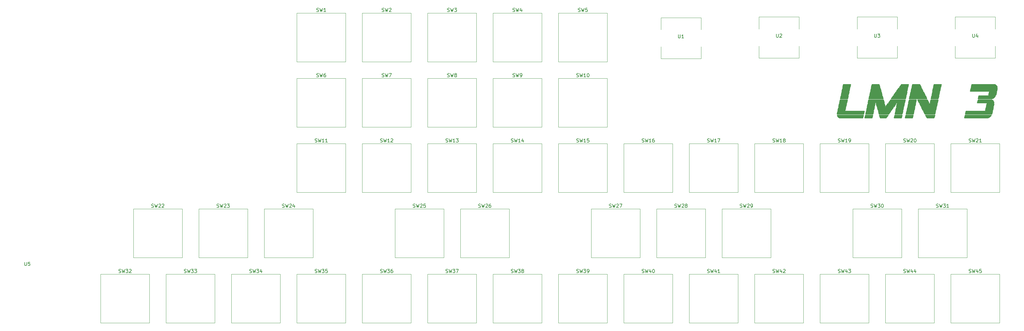
<source format=gbr>
%TF.GenerationSoftware,KiCad,Pcbnew,6.0.2-378541a8eb~116~ubuntu20.04.1*%
%TF.CreationDate,2022-02-23T18:58:34-06:00*%
%TF.ProjectId,LMN,4c4d4e2e-6b69-4636-9164-5f7063625858,rev?*%
%TF.SameCoordinates,Original*%
%TF.FileFunction,Legend,Top*%
%TF.FilePolarity,Positive*%
%FSLAX46Y46*%
G04 Gerber Fmt 4.6, Leading zero omitted, Abs format (unit mm)*
G04 Created by KiCad (PCBNEW 6.0.2-378541a8eb~116~ubuntu20.04.1) date 2022-02-23 18:58:34*
%MOMM*%
%LPD*%
G01*
G04 APERTURE LIST*
%ADD10C,0.264582*%
%ADD11C,0.150000*%
%ADD12C,0.120000*%
G04 APERTURE END LIST*
D10*
X306932003Y-55970002D02*
X306792003Y-55690002D01*
X306792003Y-55690002D02*
X306736003Y-55970002D01*
X306736003Y-55970002D02*
X304636003Y-55970002D01*
X304636003Y-55970002D02*
X304818002Y-55130002D01*
X304818002Y-55130002D02*
X309312002Y-55130002D01*
X309312002Y-55130002D02*
X309732002Y-55970002D01*
X309732002Y-55970002D02*
X306932003Y-55970002D01*
X306932003Y-55970002D02*
X306932003Y-55970002D01*
G36*
X309732002Y-55970002D02*
G01*
X306932003Y-55970002D01*
X306792003Y-55690002D01*
X306736003Y-55970002D01*
X304636003Y-55970002D01*
X304818002Y-55130002D01*
X309312002Y-55130002D01*
X309732002Y-55970002D01*
G37*
X309732002Y-55970002D02*
X306932003Y-55970002D01*
X306792003Y-55690002D01*
X306736003Y-55970002D01*
X304636003Y-55970002D01*
X304818002Y-55130002D01*
X309312002Y-55130002D01*
X309732002Y-55970002D01*
X284056034Y-58210004D02*
X284238034Y-57370004D01*
X284238034Y-57370004D02*
X286338034Y-57370004D01*
X286338034Y-57370004D02*
X286156034Y-58210004D01*
X286156034Y-58210004D02*
X284056034Y-58210004D01*
X284056034Y-58210004D02*
X284056034Y-58210004D01*
G36*
X286156034Y-58210004D02*
G01*
X284056034Y-58210004D01*
X284238034Y-57370004D01*
X286338034Y-57370004D01*
X286156034Y-58210004D01*
G37*
X286156034Y-58210004D02*
X284056034Y-58210004D01*
X284238034Y-57370004D01*
X286338034Y-57370004D01*
X286156034Y-58210004D01*
X310698003Y-57090003D02*
X310880003Y-56250003D01*
X310880003Y-56250003D02*
X312980003Y-56250003D01*
X312980003Y-56250003D02*
X312798004Y-57090003D01*
X312798004Y-57090003D02*
X310698003Y-57090003D01*
X310698003Y-57090003D02*
X310698003Y-57090003D01*
G36*
X312798004Y-57090003D02*
G01*
X310698003Y-57090003D01*
X310880003Y-56250003D01*
X312980003Y-56250003D01*
X312798004Y-57090003D01*
G37*
X312798004Y-57090003D02*
X310698003Y-57090003D01*
X310880003Y-56250003D01*
X312980003Y-56250003D01*
X312798004Y-57090003D01*
X293562012Y-52610000D02*
X293744012Y-51769999D01*
X293744012Y-51769999D02*
X295844013Y-51769999D01*
X295844013Y-51769999D02*
X296068013Y-52610000D01*
X296068013Y-52610000D02*
X293562012Y-52610000D01*
X293562012Y-52610000D02*
X293562012Y-52610000D01*
G36*
X296068013Y-52610000D02*
G01*
X293562012Y-52610000D01*
X293744012Y-51769999D01*
X295844013Y-51769999D01*
X296068013Y-52610000D01*
G37*
X296068013Y-52610000D02*
X293562012Y-52610000D01*
X293744012Y-51769999D01*
X295844013Y-51769999D01*
X296068013Y-52610000D01*
X300436014Y-60450006D02*
X300618013Y-59610005D01*
X300618013Y-59610005D02*
X302718013Y-59610005D01*
X302718013Y-59610005D02*
X302536014Y-60450006D01*
X302536014Y-60450006D02*
X300436014Y-60450006D01*
X300436014Y-60450006D02*
X300436014Y-60450006D01*
G36*
X302536014Y-60450006D02*
G01*
X300436014Y-60450006D01*
X300618013Y-59610005D01*
X302718013Y-59610005D01*
X302536014Y-60450006D01*
G37*
X302536014Y-60450006D02*
X300436014Y-60450006D01*
X300618013Y-59610005D01*
X302718013Y-59610005D01*
X302536014Y-60450006D01*
X309746004Y-61570006D02*
X309326004Y-60730006D01*
X309326004Y-60730006D02*
X312028003Y-60730006D01*
X312028003Y-60730006D02*
X311846004Y-61570006D01*
X311846004Y-61570006D02*
X309746004Y-61570006D01*
X309746004Y-61570006D02*
X309746004Y-61570006D01*
G36*
X311846004Y-61570006D02*
G01*
X309746004Y-61570006D01*
X309326004Y-60730006D01*
X312028003Y-60730006D01*
X311846004Y-61570006D01*
G37*
X311846004Y-61570006D02*
X309746004Y-61570006D01*
X309326004Y-60730006D01*
X312028003Y-60730006D01*
X311846004Y-61570006D01*
X297818015Y-61570006D02*
X296138014Y-61570006D01*
X296138014Y-61570006D02*
X295914014Y-60730006D01*
X295914014Y-60730006D02*
X298406015Y-60730006D01*
X298406015Y-60730006D02*
X297818015Y-61570006D01*
X297818015Y-61570006D02*
X297818015Y-61570006D01*
G36*
X297818015Y-61570006D02*
G01*
X296138014Y-61570006D01*
X295914014Y-60730006D01*
X298406015Y-60730006D01*
X297818015Y-61570006D01*
G37*
X297818015Y-61570006D02*
X296138014Y-61570006D01*
X295914014Y-60730006D01*
X298406015Y-60730006D01*
X297818015Y-61570006D01*
X303922002Y-59330005D02*
X304104002Y-58490005D01*
X304104002Y-58490005D02*
X306204002Y-58490005D01*
X306204002Y-58490005D02*
X306022003Y-59330005D01*
X306022003Y-59330005D02*
X303922002Y-59330005D01*
X303922002Y-59330005D02*
X303922002Y-59330005D01*
G36*
X306022003Y-59330005D02*
G01*
X303922002Y-59330005D01*
X304104002Y-58490005D01*
X306204002Y-58490005D01*
X306022003Y-59330005D01*
G37*
X306022003Y-59330005D02*
X303922002Y-59330005D01*
X304104002Y-58490005D01*
X306204002Y-58490005D01*
X306022003Y-59330005D01*
X285008034Y-53730001D02*
X285190034Y-52890000D01*
X285190034Y-52890000D02*
X287290034Y-52890000D01*
X287290034Y-52890000D02*
X287108034Y-53730001D01*
X287108034Y-53730001D02*
X285008034Y-53730001D01*
X285008034Y-53730001D02*
X285008034Y-53730001D01*
G36*
X287108034Y-53730001D02*
G01*
X285008034Y-53730001D01*
X285190034Y-52890000D01*
X287290034Y-52890000D01*
X287108034Y-53730001D01*
G37*
X287108034Y-53730001D02*
X285008034Y-53730001D01*
X285190034Y-52890000D01*
X287290034Y-52890000D01*
X287108034Y-53730001D01*
X307492004Y-57090003D02*
X307086004Y-56250003D01*
X307086004Y-56250003D02*
X309886003Y-56250003D01*
X309886003Y-56250003D02*
X310292003Y-57090003D01*
X310292003Y-57090003D02*
X307492004Y-57090003D01*
X307492004Y-57090003D02*
X307492004Y-57090003D01*
G36*
X310292003Y-57090003D02*
G01*
X307492004Y-57090003D01*
X307086004Y-56250003D01*
X309886003Y-56250003D01*
X310292003Y-57090003D01*
G37*
X310292003Y-57090003D02*
X307492004Y-57090003D01*
X307086004Y-56250003D01*
X309886003Y-56250003D01*
X310292003Y-57090003D01*
X301150013Y-57090003D02*
X301234012Y-56670003D01*
X301234012Y-56670003D02*
X300940012Y-57090003D01*
X300940012Y-57090003D02*
X298560011Y-57090003D01*
X298560011Y-57090003D02*
X299162012Y-56250003D01*
X299162012Y-56250003D02*
X303432012Y-56250003D01*
X303432012Y-56250003D02*
X303250013Y-57090003D01*
X303250013Y-57090003D02*
X301150013Y-57090003D01*
X301150013Y-57090003D02*
X301150013Y-57090003D01*
G36*
X303250013Y-57090003D02*
G01*
X301150013Y-57090003D01*
X301234012Y-56670003D01*
X300940012Y-57090003D01*
X298560011Y-57090003D01*
X299162012Y-56250003D01*
X303432012Y-56250003D01*
X303250013Y-57090003D01*
G37*
X303250013Y-57090003D02*
X301150013Y-57090003D01*
X301234012Y-56670003D01*
X300940012Y-57090003D01*
X298560011Y-57090003D01*
X299162012Y-56250003D01*
X303432012Y-56250003D01*
X303250013Y-57090003D01*
X324459966Y-57089999D02*
X324641965Y-56249999D01*
X324641965Y-56249999D02*
X328141965Y-56249999D01*
X328141965Y-56249999D02*
X328256207Y-56253280D01*
X328256207Y-56253280D02*
X328364434Y-56263124D01*
X328364434Y-56263124D02*
X328466644Y-56279530D01*
X328466644Y-56279530D02*
X328562840Y-56302499D01*
X328562840Y-56302499D02*
X328608681Y-56316445D01*
X328608681Y-56316445D02*
X328653019Y-56332030D01*
X328653019Y-56332030D02*
X328695853Y-56349257D01*
X328695853Y-56349257D02*
X328737183Y-56368124D01*
X328737183Y-56368124D02*
X328777009Y-56388632D01*
X328777009Y-56388632D02*
X328815332Y-56410781D01*
X328815332Y-56410781D02*
X328852150Y-56434570D01*
X328852150Y-56434570D02*
X328887465Y-56459999D01*
X328887465Y-56459999D02*
X328921275Y-56487070D01*
X328921275Y-56487070D02*
X328953582Y-56515781D01*
X328953582Y-56515781D02*
X328984384Y-56546132D01*
X328984384Y-56546132D02*
X329013683Y-56578124D01*
X329013683Y-56578124D02*
X329041478Y-56611757D01*
X329041478Y-56611757D02*
X329067769Y-56647031D01*
X329067769Y-56647031D02*
X329092556Y-56683945D01*
X329092556Y-56683945D02*
X329115840Y-56722499D01*
X329115840Y-56722499D02*
X329137619Y-56762695D01*
X329137619Y-56762695D02*
X329157894Y-56804531D01*
X329157894Y-56804531D02*
X329176666Y-56848007D01*
X329176666Y-56848007D02*
X329193933Y-56893124D01*
X329193933Y-56893124D02*
X329223957Y-56988281D01*
X329223957Y-56988281D02*
X329247964Y-57089999D01*
X329247964Y-57089999D02*
X324459966Y-57089999D01*
X324459966Y-57089999D02*
X324459966Y-57089999D01*
G36*
X328256207Y-56253280D02*
G01*
X328364434Y-56263124D01*
X328466644Y-56279530D01*
X328562840Y-56302499D01*
X328608681Y-56316445D01*
X328653019Y-56332030D01*
X328695853Y-56349257D01*
X328737183Y-56368124D01*
X328777009Y-56388632D01*
X328815332Y-56410781D01*
X328852150Y-56434570D01*
X328887465Y-56459999D01*
X328921275Y-56487070D01*
X328953582Y-56515781D01*
X328984384Y-56546132D01*
X329013683Y-56578124D01*
X329041478Y-56611757D01*
X329067769Y-56647031D01*
X329092556Y-56683945D01*
X329115840Y-56722499D01*
X329137619Y-56762695D01*
X329157894Y-56804531D01*
X329176666Y-56848007D01*
X329193933Y-56893124D01*
X329223957Y-56988281D01*
X329247964Y-57089999D01*
X324459966Y-57089999D01*
X324641965Y-56249999D01*
X328141965Y-56249999D01*
X328256207Y-56253280D01*
G37*
X328256207Y-56253280D02*
X328364434Y-56263124D01*
X328466644Y-56279530D01*
X328562840Y-56302499D01*
X328608681Y-56316445D01*
X328653019Y-56332030D01*
X328695853Y-56349257D01*
X328737183Y-56368124D01*
X328777009Y-56388632D01*
X328815332Y-56410781D01*
X328852150Y-56434570D01*
X328887465Y-56459999D01*
X328921275Y-56487070D01*
X328953582Y-56515781D01*
X328984384Y-56546132D01*
X329013683Y-56578124D01*
X329041478Y-56611757D01*
X329067769Y-56647031D01*
X329092556Y-56683945D01*
X329115840Y-56722499D01*
X329137619Y-56762695D01*
X329157894Y-56804531D01*
X329176666Y-56848007D01*
X329193933Y-56893124D01*
X329223957Y-56988281D01*
X329247964Y-57089999D01*
X324459966Y-57089999D01*
X324641965Y-56249999D01*
X328141965Y-56249999D01*
X328256207Y-56253280D01*
X284294034Y-57090003D02*
X284476034Y-56250003D01*
X284476034Y-56250003D02*
X286576034Y-56250003D01*
X286576034Y-56250003D02*
X286394034Y-57090003D01*
X286394034Y-57090003D02*
X284294034Y-57090003D01*
X284294034Y-57090003D02*
X284294034Y-57090003D01*
G36*
X286394034Y-57090003D02*
G01*
X284294034Y-57090003D01*
X284476034Y-56250003D01*
X286576034Y-56250003D01*
X286394034Y-57090003D01*
G37*
X286394034Y-57090003D02*
X284294034Y-57090003D01*
X284476034Y-56250003D01*
X286576034Y-56250003D01*
X286394034Y-57090003D01*
X327021966Y-58210000D02*
X327203966Y-57370000D01*
X327203966Y-57370000D02*
X329275964Y-57370000D01*
X329275964Y-57370000D02*
X329275746Y-57380500D01*
X329275746Y-57380500D02*
X329275089Y-57391000D01*
X329275089Y-57391000D02*
X329273996Y-57401500D01*
X329273996Y-57401500D02*
X329272465Y-57412000D01*
X329272465Y-57412000D02*
X329270496Y-57422500D01*
X329270496Y-57422500D02*
X329268090Y-57433000D01*
X329268090Y-57433000D02*
X329265246Y-57443500D01*
X329265246Y-57443500D02*
X329261964Y-57454000D01*
X329261964Y-57454000D02*
X329261964Y-57509999D01*
X329261964Y-57509999D02*
X329261910Y-57513554D01*
X329261910Y-57513554D02*
X329261746Y-57517218D01*
X329261746Y-57517218D02*
X329261472Y-57520992D01*
X329261472Y-57520992D02*
X329261090Y-57524875D01*
X329261090Y-57524875D02*
X329260597Y-57528867D01*
X329260597Y-57528867D02*
X329259996Y-57532968D01*
X329259996Y-57532968D02*
X329259285Y-57537179D01*
X329259285Y-57537179D02*
X329258465Y-57541499D01*
X329258465Y-57541499D02*
X329256496Y-57550468D01*
X329256496Y-57550468D02*
X329254090Y-57559874D01*
X329254090Y-57559874D02*
X329251246Y-57569718D01*
X329251246Y-57569718D02*
X329247964Y-57579999D01*
X329247964Y-57579999D02*
X329247964Y-57649999D01*
X329247964Y-57649999D02*
X329121965Y-58209998D01*
X329121965Y-58209998D02*
X327021966Y-58210000D01*
X327021966Y-58210000D02*
X327021966Y-58210000D01*
G36*
X329275746Y-57380500D02*
G01*
X329275089Y-57391000D01*
X329273996Y-57401500D01*
X329272465Y-57412000D01*
X329270496Y-57422500D01*
X329268090Y-57433000D01*
X329265246Y-57443500D01*
X329261964Y-57454000D01*
X329261964Y-57509999D01*
X329261910Y-57513554D01*
X329261746Y-57517218D01*
X329261472Y-57520992D01*
X329261090Y-57524875D01*
X329260597Y-57528867D01*
X329259996Y-57532968D01*
X329259285Y-57537179D01*
X329258465Y-57541499D01*
X329256496Y-57550468D01*
X329254090Y-57559874D01*
X329251246Y-57569718D01*
X329247964Y-57579999D01*
X329247964Y-57649999D01*
X329121965Y-58209998D01*
X327021966Y-58210000D01*
X327203966Y-57370000D01*
X329275964Y-57370000D01*
X329275746Y-57380500D01*
G37*
X329275746Y-57380500D02*
X329275089Y-57391000D01*
X329273996Y-57401500D01*
X329272465Y-57412000D01*
X329270496Y-57422500D01*
X329268090Y-57433000D01*
X329265246Y-57443500D01*
X329261964Y-57454000D01*
X329261964Y-57509999D01*
X329261910Y-57513554D01*
X329261746Y-57517218D01*
X329261472Y-57520992D01*
X329261090Y-57524875D01*
X329260597Y-57528867D01*
X329259996Y-57532968D01*
X329259285Y-57537179D01*
X329258465Y-57541499D01*
X329256496Y-57550468D01*
X329254090Y-57559874D01*
X329251246Y-57569718D01*
X329247964Y-57579999D01*
X329247964Y-57649999D01*
X329121965Y-58209998D01*
X327021966Y-58210000D01*
X327203966Y-57370000D01*
X329275964Y-57370000D01*
X329275746Y-57380500D01*
X304398004Y-57090003D02*
X304580003Y-56250003D01*
X304580003Y-56250003D02*
X306680004Y-56250003D01*
X306680004Y-56250003D02*
X306498004Y-57090003D01*
X306498004Y-57090003D02*
X304398004Y-57090003D01*
X304398004Y-57090003D02*
X304398004Y-57090003D01*
G36*
X306498004Y-57090003D02*
G01*
X304398004Y-57090003D01*
X304580003Y-56250003D01*
X306680004Y-56250003D01*
X306498004Y-57090003D01*
G37*
X306498004Y-57090003D02*
X304398004Y-57090003D01*
X304580003Y-56250003D01*
X306680004Y-56250003D01*
X306498004Y-57090003D01*
X305350000Y-52610000D02*
X305531999Y-51769999D01*
X305531999Y-51769999D02*
X307631999Y-51769999D01*
X307631999Y-51769999D02*
X308052000Y-52610000D01*
X308052000Y-52610000D02*
X305350000Y-52610000D01*
X305350000Y-52610000D02*
X305350000Y-52610000D01*
G36*
X308052000Y-52610000D02*
G01*
X305350000Y-52610000D01*
X305531999Y-51769999D01*
X307631999Y-51769999D01*
X308052000Y-52610000D01*
G37*
X308052000Y-52610000D02*
X305350000Y-52610000D01*
X305531999Y-51769999D01*
X307631999Y-51769999D01*
X308052000Y-52610000D01*
X328701967Y-60170001D02*
X328701748Y-60180501D01*
X328701748Y-60180501D02*
X328701092Y-60191001D01*
X328701092Y-60191001D02*
X328699998Y-60201501D01*
X328699998Y-60201501D02*
X328698467Y-60212001D01*
X328698467Y-60212001D02*
X328696499Y-60222501D01*
X328696499Y-60222501D02*
X328694092Y-60233001D01*
X328694092Y-60233001D02*
X328691248Y-60243501D01*
X328691248Y-60243501D02*
X328687967Y-60254001D01*
X328687967Y-60254001D02*
X328659967Y-60310000D01*
X328659967Y-60310000D02*
X328659912Y-60313446D01*
X328659912Y-60313446D02*
X328659748Y-60316782D01*
X328659748Y-60316782D02*
X328659475Y-60320009D01*
X328659475Y-60320009D02*
X328659092Y-60323126D01*
X328659092Y-60323126D02*
X328658600Y-60326134D01*
X328658600Y-60326134D02*
X328657999Y-60329032D01*
X328657999Y-60329032D02*
X328657288Y-60331821D01*
X328657288Y-60331821D02*
X328656467Y-60334501D01*
X328656467Y-60334501D02*
X328655538Y-60337071D01*
X328655538Y-60337071D02*
X328654499Y-60339532D01*
X328654499Y-60339532D02*
X328653350Y-60341884D01*
X328653350Y-60341884D02*
X328652093Y-60344126D01*
X328652093Y-60344126D02*
X328650725Y-60346258D01*
X328650725Y-60346258D02*
X328649249Y-60348282D01*
X328649249Y-60348282D02*
X328647663Y-60350196D01*
X328647663Y-60350196D02*
X328645967Y-60352000D01*
X328645967Y-60352000D02*
X328645912Y-60355500D01*
X328645912Y-60355500D02*
X328645748Y-60359000D01*
X328645748Y-60359000D02*
X328645475Y-60362500D01*
X328645475Y-60362500D02*
X328645092Y-60366000D01*
X328645092Y-60366000D02*
X328644600Y-60369500D01*
X328644600Y-60369500D02*
X328643999Y-60373000D01*
X328643999Y-60373000D02*
X328643288Y-60376500D01*
X328643288Y-60376500D02*
X328642468Y-60380000D01*
X328642468Y-60380000D02*
X328641538Y-60383500D01*
X328641538Y-60383500D02*
X328640499Y-60387000D01*
X328640499Y-60387000D02*
X328639350Y-60390500D01*
X328639350Y-60390500D02*
X328638093Y-60394000D01*
X328638093Y-60394000D02*
X328636725Y-60397500D01*
X328636725Y-60397500D02*
X328635249Y-60401000D01*
X328635249Y-60401000D02*
X328633663Y-60404500D01*
X328633663Y-60404500D02*
X328631967Y-60408000D01*
X328631967Y-60408000D02*
X328631912Y-60409805D01*
X328631912Y-60409805D02*
X328631748Y-60411719D01*
X328631748Y-60411719D02*
X328631475Y-60413742D01*
X328631475Y-60413742D02*
X328631092Y-60415875D01*
X328631092Y-60415875D02*
X328630600Y-60418117D01*
X328630600Y-60418117D02*
X328629999Y-60420468D01*
X328629999Y-60420468D02*
X328629288Y-60422929D01*
X328629288Y-60422929D02*
X328628468Y-60425499D01*
X328628468Y-60425499D02*
X328627538Y-60428179D01*
X328627538Y-60428179D02*
X328626499Y-60430968D01*
X328626499Y-60430968D02*
X328625350Y-60433867D01*
X328625350Y-60433867D02*
X328624093Y-60436875D01*
X328624093Y-60436875D02*
X328622725Y-60439992D01*
X328622725Y-60439992D02*
X328621249Y-60443218D01*
X328621249Y-60443218D02*
X328619663Y-60446554D01*
X328619663Y-60446554D02*
X328617967Y-60450000D01*
X328617967Y-60450000D02*
X320945966Y-60450000D01*
X320945966Y-60450000D02*
X321127965Y-59610000D01*
X321127965Y-59610000D02*
X328827966Y-59610000D01*
X328827966Y-59610000D02*
X328701967Y-60170001D01*
X328701967Y-60170001D02*
X328701967Y-60170001D01*
G36*
X328701967Y-60170001D02*
G01*
X328701748Y-60180501D01*
X328701092Y-60191001D01*
X328699998Y-60201501D01*
X328698467Y-60212001D01*
X328696499Y-60222501D01*
X328694092Y-60233001D01*
X328691248Y-60243501D01*
X328687967Y-60254001D01*
X328659967Y-60310000D01*
X328659912Y-60313446D01*
X328659748Y-60316782D01*
X328659475Y-60320009D01*
X328659092Y-60323126D01*
X328658600Y-60326134D01*
X328657999Y-60329032D01*
X328657288Y-60331821D01*
X328656467Y-60334501D01*
X328655538Y-60337071D01*
X328654499Y-60339532D01*
X328653350Y-60341884D01*
X328652093Y-60344126D01*
X328650725Y-60346258D01*
X328649249Y-60348282D01*
X328647663Y-60350196D01*
X328645967Y-60352000D01*
X328645912Y-60355500D01*
X328645748Y-60359000D01*
X328645475Y-60362500D01*
X328645092Y-60366000D01*
X328644600Y-60369500D01*
X328643999Y-60373000D01*
X328643288Y-60376500D01*
X328642468Y-60380000D01*
X328641538Y-60383500D01*
X328640499Y-60387000D01*
X328639350Y-60390500D01*
X328638093Y-60394000D01*
X328636725Y-60397500D01*
X328635249Y-60401000D01*
X328633663Y-60404500D01*
X328631967Y-60408000D01*
X328631912Y-60409805D01*
X328631748Y-60411719D01*
X328631475Y-60413742D01*
X328631092Y-60415875D01*
X328630600Y-60418117D01*
X328629999Y-60420468D01*
X328629288Y-60422929D01*
X328628468Y-60425499D01*
X328627538Y-60428179D01*
X328626499Y-60430968D01*
X328625350Y-60433867D01*
X328624093Y-60436875D01*
X328622725Y-60439992D01*
X328621249Y-60443218D01*
X328619663Y-60446554D01*
X328617967Y-60450000D01*
X320945966Y-60450000D01*
X321127965Y-59610000D01*
X328827966Y-59610000D01*
X328701967Y-60170001D01*
G37*
X328701967Y-60170001D02*
X328701748Y-60180501D01*
X328701092Y-60191001D01*
X328699998Y-60201501D01*
X328698467Y-60212001D01*
X328696499Y-60222501D01*
X328694092Y-60233001D01*
X328691248Y-60243501D01*
X328687967Y-60254001D01*
X328659967Y-60310000D01*
X328659912Y-60313446D01*
X328659748Y-60316782D01*
X328659475Y-60320009D01*
X328659092Y-60323126D01*
X328658600Y-60326134D01*
X328657999Y-60329032D01*
X328657288Y-60331821D01*
X328656467Y-60334501D01*
X328655538Y-60337071D01*
X328654499Y-60339532D01*
X328653350Y-60341884D01*
X328652093Y-60344126D01*
X328650725Y-60346258D01*
X328649249Y-60348282D01*
X328647663Y-60350196D01*
X328645967Y-60352000D01*
X328645912Y-60355500D01*
X328645748Y-60359000D01*
X328645475Y-60362500D01*
X328645092Y-60366000D01*
X328644600Y-60369500D01*
X328643999Y-60373000D01*
X328643288Y-60376500D01*
X328642468Y-60380000D01*
X328641538Y-60383500D01*
X328640499Y-60387000D01*
X328639350Y-60390500D01*
X328638093Y-60394000D01*
X328636725Y-60397500D01*
X328635249Y-60401000D01*
X328633663Y-60404500D01*
X328631967Y-60408000D01*
X328631912Y-60409805D01*
X328631748Y-60411719D01*
X328631475Y-60413742D01*
X328631092Y-60415875D01*
X328630600Y-60418117D01*
X328629999Y-60420468D01*
X328629288Y-60422929D01*
X328628468Y-60425499D01*
X328627538Y-60428179D01*
X328626499Y-60430968D01*
X328625350Y-60433867D01*
X328624093Y-60436875D01*
X328622725Y-60439992D01*
X328621249Y-60443218D01*
X328619663Y-60446554D01*
X328617967Y-60450000D01*
X320945966Y-60450000D01*
X321127965Y-59610000D01*
X328827966Y-59610000D01*
X328701967Y-60170001D01*
X300912012Y-53730001D02*
X301500011Y-52890000D01*
X301500011Y-52890000D02*
X304146011Y-52890000D01*
X304146011Y-52890000D02*
X303964012Y-53730001D01*
X303964012Y-53730001D02*
X300912012Y-53730001D01*
X300912012Y-53730001D02*
X300912012Y-53730001D01*
G36*
X303964012Y-53730001D02*
G01*
X300912012Y-53730001D01*
X301500011Y-52890000D01*
X304146011Y-52890000D01*
X303964012Y-53730001D01*
G37*
X303964012Y-53730001D02*
X300912012Y-53730001D01*
X301500011Y-52890000D01*
X304146011Y-52890000D01*
X303964012Y-53730001D01*
X308626003Y-59330005D02*
X308206003Y-58490005D01*
X308206003Y-58490005D02*
X312504003Y-58490005D01*
X312504003Y-58490005D02*
X312322004Y-59330005D01*
X312322004Y-59330005D02*
X308626003Y-59330005D01*
X308626003Y-59330005D02*
X308626003Y-59330005D01*
G36*
X312322004Y-59330005D02*
G01*
X308626003Y-59330005D01*
X308206003Y-58490005D01*
X312504003Y-58490005D01*
X312322004Y-59330005D01*
G37*
X312322004Y-59330005D02*
X308626003Y-59330005D01*
X308206003Y-58490005D01*
X312504003Y-58490005D01*
X312322004Y-59330005D01*
X300170014Y-58210004D02*
X297790014Y-58210004D01*
X297790014Y-58210004D02*
X298378014Y-57370004D01*
X298378014Y-57370004D02*
X300758014Y-57370004D01*
X300758014Y-57370004D02*
X300170014Y-58210004D01*
X300170014Y-58210004D02*
X300170014Y-58210004D01*
G36*
X300170014Y-58210004D02*
G01*
X297790014Y-58210004D01*
X298378014Y-57370004D01*
X300758014Y-57370004D01*
X300170014Y-58210004D01*
G37*
X300170014Y-58210004D02*
X297790014Y-58210004D01*
X298378014Y-57370004D01*
X300758014Y-57370004D01*
X300170014Y-58210004D01*
X292848012Y-55970002D02*
X293030013Y-55130002D01*
X293030013Y-55130002D02*
X296768013Y-55130002D01*
X296768013Y-55130002D02*
X296992013Y-55970002D01*
X296992013Y-55970002D02*
X292848012Y-55970002D01*
X292848012Y-55970002D02*
X292848012Y-55970002D01*
G36*
X296992013Y-55970002D02*
G01*
X292848012Y-55970002D01*
X293030013Y-55130002D01*
X296768013Y-55130002D01*
X296992013Y-55970002D01*
G37*
X296992013Y-55970002D02*
X292848012Y-55970002D01*
X293030013Y-55130002D01*
X296768013Y-55130002D01*
X296992013Y-55970002D01*
X298602014Y-60450006D02*
X295830014Y-60450006D01*
X295830014Y-60450006D02*
X295606014Y-59610005D01*
X295606014Y-59610005D02*
X299190013Y-59610005D01*
X299190013Y-59610005D02*
X298602014Y-60450006D01*
X298602014Y-60450006D02*
X298602014Y-60450006D01*
G36*
X298602014Y-60450006D02*
G01*
X295830014Y-60450006D01*
X295606014Y-59610005D01*
X299190013Y-59610005D01*
X298602014Y-60450006D01*
G37*
X298602014Y-60450006D02*
X295830014Y-60450006D01*
X295606014Y-59610005D01*
X299190013Y-59610005D01*
X298602014Y-60450006D01*
X292134013Y-59330005D02*
X292316013Y-58490005D01*
X292316013Y-58490005D02*
X294416013Y-58490005D01*
X294416013Y-58490005D02*
X294234013Y-59330005D01*
X294234013Y-59330005D02*
X292134013Y-59330005D01*
X292134013Y-59330005D02*
X292134013Y-59330005D01*
G36*
X294234013Y-59330005D02*
G01*
X292134013Y-59330005D01*
X292316013Y-58490005D01*
X294416013Y-58490005D01*
X294234013Y-59330005D01*
G37*
X294234013Y-59330005D02*
X292134013Y-59330005D01*
X292316013Y-58490005D01*
X294416013Y-58490005D01*
X294234013Y-59330005D01*
X329891965Y-54570001D02*
X329891856Y-54577110D01*
X329891856Y-54577110D02*
X329891528Y-54584438D01*
X329891528Y-54584438D02*
X329890981Y-54591985D01*
X329890981Y-54591985D02*
X329890215Y-54599750D01*
X329890215Y-54599750D02*
X329889231Y-54607735D01*
X329889231Y-54607735D02*
X329888028Y-54615938D01*
X329888028Y-54615938D02*
X329886606Y-54624360D01*
X329886606Y-54624360D02*
X329884965Y-54633000D01*
X329884965Y-54633000D02*
X329881027Y-54650938D01*
X329881027Y-54650938D02*
X329876215Y-54669750D01*
X329876215Y-54669750D02*
X329870528Y-54689438D01*
X329870528Y-54689438D02*
X329863966Y-54710000D01*
X329863966Y-54710000D02*
X329860465Y-54717219D01*
X329860465Y-54717219D02*
X329856965Y-54724875D01*
X329856965Y-54724875D02*
X329853465Y-54732969D01*
X329853465Y-54732969D02*
X329849966Y-54741500D01*
X329849966Y-54741500D02*
X329846466Y-54750469D01*
X329846466Y-54750469D02*
X329842966Y-54759875D01*
X329842966Y-54759875D02*
X329839466Y-54769719D01*
X329839466Y-54769719D02*
X329835966Y-54780000D01*
X329835966Y-54780000D02*
X329832465Y-54787219D01*
X329832465Y-54787219D02*
X329828965Y-54794875D01*
X329828965Y-54794875D02*
X329825465Y-54802969D01*
X329825465Y-54802969D02*
X329821966Y-54811500D01*
X329821966Y-54811500D02*
X329818466Y-54820468D01*
X329818466Y-54820468D02*
X329814966Y-54829875D01*
X329814966Y-54829875D02*
X329811466Y-54839718D01*
X329811466Y-54839718D02*
X329807966Y-54849999D01*
X329807966Y-54849999D02*
X327735967Y-54849999D01*
X327735967Y-54849999D02*
X327917966Y-54009999D01*
X327917966Y-54009999D02*
X330017965Y-54009999D01*
X330017965Y-54009999D02*
X329891965Y-54570001D01*
X329891965Y-54570001D02*
X329891965Y-54570001D01*
G36*
X329891965Y-54570001D02*
G01*
X329891856Y-54577110D01*
X329891528Y-54584438D01*
X329890981Y-54591985D01*
X329890215Y-54599750D01*
X329889231Y-54607735D01*
X329888028Y-54615938D01*
X329886606Y-54624360D01*
X329884965Y-54633000D01*
X329881027Y-54650938D01*
X329876215Y-54669750D01*
X329870528Y-54689438D01*
X329863966Y-54710000D01*
X329860465Y-54717219D01*
X329856965Y-54724875D01*
X329853465Y-54732969D01*
X329849966Y-54741500D01*
X329846466Y-54750469D01*
X329842966Y-54759875D01*
X329839466Y-54769719D01*
X329835966Y-54780000D01*
X329832465Y-54787219D01*
X329828965Y-54794875D01*
X329825465Y-54802969D01*
X329821966Y-54811500D01*
X329818466Y-54820468D01*
X329814966Y-54829875D01*
X329811466Y-54839718D01*
X329807966Y-54849999D01*
X327735967Y-54849999D01*
X327917966Y-54009999D01*
X330017965Y-54009999D01*
X329891965Y-54570001D01*
G37*
X329891965Y-54570001D02*
X329891856Y-54577110D01*
X329891528Y-54584438D01*
X329890981Y-54591985D01*
X329890215Y-54599750D01*
X329889231Y-54607735D01*
X329888028Y-54615938D01*
X329886606Y-54624360D01*
X329884965Y-54633000D01*
X329881027Y-54650938D01*
X329876215Y-54669750D01*
X329870528Y-54689438D01*
X329863966Y-54710000D01*
X329860465Y-54717219D01*
X329856965Y-54724875D01*
X329853465Y-54732969D01*
X329849966Y-54741500D01*
X329846466Y-54750469D01*
X329842966Y-54759875D01*
X329839466Y-54769719D01*
X329835966Y-54780000D01*
X329832465Y-54787219D01*
X329828965Y-54794875D01*
X329825465Y-54802969D01*
X329821966Y-54811500D01*
X329818466Y-54820468D01*
X329814966Y-54829875D01*
X329811466Y-54839718D01*
X329807966Y-54849999D01*
X327735967Y-54849999D01*
X327917966Y-54009999D01*
X330017965Y-54009999D01*
X329891965Y-54570001D01*
X301696012Y-52610000D02*
X302284011Y-51769999D01*
X302284011Y-51769999D02*
X304384012Y-51769999D01*
X304384012Y-51769999D02*
X304202013Y-52610000D01*
X304202013Y-52610000D02*
X301696012Y-52610000D01*
X301696012Y-52610000D02*
X301696012Y-52610000D01*
G36*
X304202013Y-52610000D02*
G01*
X301696012Y-52610000D01*
X302284011Y-51769999D01*
X304384012Y-51769999D01*
X304202013Y-52610000D01*
G37*
X304202013Y-52610000D02*
X301696012Y-52610000D01*
X302284011Y-51769999D01*
X304384012Y-51769999D01*
X304202013Y-52610000D01*
X329667966Y-55130000D02*
X329599880Y-55231719D01*
X329599880Y-55231719D02*
X329528622Y-55326875D01*
X329528622Y-55326875D02*
X329454192Y-55415469D01*
X329454192Y-55415469D02*
X329415788Y-55457305D01*
X329415788Y-55457305D02*
X329376591Y-55497500D01*
X329376591Y-55497500D02*
X329336600Y-55536055D01*
X329336600Y-55536055D02*
X329295817Y-55572969D01*
X329295817Y-55572969D02*
X329254241Y-55608242D01*
X329254241Y-55608242D02*
X329211871Y-55641875D01*
X329211871Y-55641875D02*
X329168709Y-55673867D01*
X329168709Y-55673867D02*
X329124754Y-55704219D01*
X329124754Y-55704219D02*
X329080006Y-55732930D01*
X329080006Y-55732930D02*
X329034465Y-55760000D01*
X329034465Y-55760000D02*
X328988131Y-55785430D01*
X328988131Y-55785430D02*
X328941004Y-55809219D01*
X328941004Y-55809219D02*
X328893084Y-55831367D01*
X328893084Y-55831367D02*
X328844371Y-55851875D01*
X328844371Y-55851875D02*
X328794865Y-55870742D01*
X328794865Y-55870742D02*
X328744566Y-55887969D01*
X328744566Y-55887969D02*
X328693474Y-55903555D01*
X328693474Y-55903555D02*
X328641590Y-55917500D01*
X328641590Y-55917500D02*
X328588912Y-55929805D01*
X328588912Y-55929805D02*
X328535441Y-55940469D01*
X328535441Y-55940469D02*
X328481178Y-55949492D01*
X328481178Y-55949492D02*
X328426121Y-55956875D01*
X328426121Y-55956875D02*
X328370271Y-55962617D01*
X328370271Y-55962617D02*
X328313629Y-55966719D01*
X328313629Y-55966719D02*
X328197965Y-55970000D01*
X328197965Y-55970000D02*
X324697965Y-55970000D01*
X324697965Y-55970000D02*
X324879964Y-55130000D01*
X324879964Y-55130000D02*
X329667966Y-55130000D01*
X329667966Y-55130000D02*
X329667966Y-55130000D01*
G36*
X329599880Y-55231719D02*
G01*
X329528622Y-55326875D01*
X329454192Y-55415469D01*
X329415788Y-55457305D01*
X329376591Y-55497500D01*
X329336600Y-55536055D01*
X329295817Y-55572969D01*
X329254241Y-55608242D01*
X329211871Y-55641875D01*
X329168709Y-55673867D01*
X329124754Y-55704219D01*
X329080006Y-55732930D01*
X329034465Y-55760000D01*
X328988131Y-55785430D01*
X328941004Y-55809219D01*
X328893084Y-55831367D01*
X328844371Y-55851875D01*
X328794865Y-55870742D01*
X328744566Y-55887969D01*
X328693474Y-55903555D01*
X328641590Y-55917500D01*
X328588912Y-55929805D01*
X328535441Y-55940469D01*
X328481178Y-55949492D01*
X328426121Y-55956875D01*
X328370271Y-55962617D01*
X328313629Y-55966719D01*
X328197965Y-55970000D01*
X324697965Y-55970000D01*
X324879964Y-55130000D01*
X329667966Y-55130000D01*
X329599880Y-55231719D01*
G37*
X329599880Y-55231719D02*
X329528622Y-55326875D01*
X329454192Y-55415469D01*
X329415788Y-55457305D01*
X329376591Y-55497500D01*
X329336600Y-55536055D01*
X329295817Y-55572969D01*
X329254241Y-55608242D01*
X329211871Y-55641875D01*
X329168709Y-55673867D01*
X329124754Y-55704219D01*
X329080006Y-55732930D01*
X329034465Y-55760000D01*
X328988131Y-55785430D01*
X328941004Y-55809219D01*
X328893084Y-55831367D01*
X328844371Y-55851875D01*
X328794865Y-55870742D01*
X328744566Y-55887969D01*
X328693474Y-55903555D01*
X328641590Y-55917500D01*
X328588912Y-55929805D01*
X328535441Y-55940469D01*
X328481178Y-55949492D01*
X328426121Y-55956875D01*
X328370271Y-55962617D01*
X328313629Y-55966719D01*
X328197965Y-55970000D01*
X324697965Y-55970000D01*
X324879964Y-55130000D01*
X329667966Y-55130000D01*
X329599880Y-55231719D01*
X300198015Y-61570006D02*
X300380014Y-60730006D01*
X300380014Y-60730006D02*
X302480014Y-60730006D01*
X302480014Y-60730006D02*
X302298015Y-61570006D01*
X302298015Y-61570006D02*
X300198015Y-61570006D01*
X300198015Y-61570006D02*
X300198015Y-61570006D01*
G36*
X302298015Y-61570006D02*
G01*
X300198015Y-61570006D01*
X300380014Y-60730006D01*
X302480014Y-60730006D01*
X302298015Y-61570006D01*
G37*
X302298015Y-61570006D02*
X300198015Y-61570006D01*
X300380014Y-60730006D01*
X302480014Y-60730006D01*
X302298015Y-61570006D01*
X283608034Y-60450006D02*
X283608253Y-60426381D01*
X283608253Y-60426381D02*
X283608909Y-60404506D01*
X283608909Y-60404506D02*
X283610003Y-60384381D01*
X283610003Y-60384381D02*
X283611534Y-60366006D01*
X283611534Y-60366006D02*
X283613503Y-60349381D01*
X283613503Y-60349381D02*
X283615909Y-60334506D01*
X283615909Y-60334506D02*
X283618753Y-60321381D01*
X283618753Y-60321381D02*
X283620339Y-60315475D01*
X283620339Y-60315475D02*
X283622034Y-60310006D01*
X283622034Y-60310006D02*
X283622034Y-60254006D01*
X283622034Y-60254006D02*
X283625315Y-60243506D01*
X283625315Y-60243506D02*
X283628159Y-60233006D01*
X283628159Y-60233006D02*
X283630565Y-60222507D01*
X283630565Y-60222507D02*
X283632534Y-60212007D01*
X283632534Y-60212007D02*
X283634065Y-60201507D01*
X283634065Y-60201507D02*
X283635159Y-60191007D01*
X283635159Y-60191007D02*
X283635815Y-60180507D01*
X283635815Y-60180507D02*
X283636034Y-60170007D01*
X283636034Y-60170007D02*
X283762034Y-59610007D01*
X283762034Y-59610007D02*
X291462034Y-59610007D01*
X291462034Y-59610007D02*
X291280034Y-60450007D01*
X291280034Y-60450007D02*
X283608034Y-60450006D01*
X283608034Y-60450006D02*
X283608034Y-60450006D01*
G36*
X291280034Y-60450007D02*
G01*
X283608034Y-60450006D01*
X283608253Y-60426381D01*
X283608909Y-60404506D01*
X283610003Y-60384381D01*
X283611534Y-60366006D01*
X283613503Y-60349381D01*
X283615909Y-60334506D01*
X283618753Y-60321381D01*
X283620339Y-60315475D01*
X283622034Y-60310006D01*
X283622034Y-60254006D01*
X283625315Y-60243506D01*
X283628159Y-60233006D01*
X283630565Y-60222507D01*
X283632534Y-60212007D01*
X283634065Y-60201507D01*
X283635159Y-60191007D01*
X283635815Y-60180507D01*
X283636034Y-60170007D01*
X283762034Y-59610007D01*
X291462034Y-59610007D01*
X291280034Y-60450007D01*
G37*
X291280034Y-60450007D02*
X283608034Y-60450006D01*
X283608253Y-60426381D01*
X283608909Y-60404506D01*
X283610003Y-60384381D01*
X283611534Y-60366006D01*
X283613503Y-60349381D01*
X283615909Y-60334506D01*
X283618753Y-60321381D01*
X283620339Y-60315475D01*
X283622034Y-60310006D01*
X283622034Y-60254006D01*
X283625315Y-60243506D01*
X283628159Y-60233006D01*
X283630565Y-60222507D01*
X283632534Y-60212007D01*
X283634065Y-60201507D01*
X283635159Y-60191007D01*
X283635815Y-60180507D01*
X283636034Y-60170007D01*
X283762034Y-59610007D01*
X291462034Y-59610007D01*
X291280034Y-60450007D01*
X285246034Y-52610000D02*
X285428034Y-51769999D01*
X285428034Y-51769999D02*
X287528034Y-51769999D01*
X287528034Y-51769999D02*
X287346034Y-52610000D01*
X287346034Y-52610000D02*
X285246034Y-52610000D01*
X285246034Y-52610000D02*
X285246034Y-52610000D01*
G36*
X287346034Y-52610000D02*
G01*
X285246034Y-52610000D01*
X285428034Y-51769999D01*
X287528034Y-51769999D01*
X287346034Y-52610000D01*
G37*
X287346034Y-52610000D02*
X285246034Y-52610000D01*
X285428034Y-51769999D01*
X287528034Y-51769999D01*
X287346034Y-52610000D01*
X322611963Y-52610000D02*
X322793962Y-51769999D01*
X322793962Y-51769999D02*
X329093961Y-51769999D01*
X329093961Y-51769999D02*
X329208203Y-51773280D01*
X329208203Y-51773280D02*
X329316430Y-51783124D01*
X329316430Y-51783124D02*
X329418640Y-51799530D01*
X329418640Y-51799530D02*
X329514836Y-51822499D01*
X329514836Y-51822499D02*
X329560677Y-51836444D01*
X329560677Y-51836444D02*
X329605015Y-51852030D01*
X329605015Y-51852030D02*
X329647849Y-51869257D01*
X329647849Y-51869257D02*
X329689179Y-51888124D01*
X329689179Y-51888124D02*
X329729005Y-51908632D01*
X329729005Y-51908632D02*
X329767328Y-51930780D01*
X329767328Y-51930780D02*
X329804146Y-51954569D01*
X329804146Y-51954569D02*
X329839460Y-51979999D01*
X329839460Y-51979999D02*
X329873271Y-52007069D01*
X329873271Y-52007069D02*
X329905578Y-52035780D01*
X329905578Y-52035780D02*
X329936380Y-52066132D01*
X329936380Y-52066132D02*
X329965679Y-52098124D01*
X329965679Y-52098124D02*
X329993474Y-52131757D01*
X329993474Y-52131757D02*
X330019765Y-52167030D01*
X330019765Y-52167030D02*
X330044552Y-52203945D01*
X330044552Y-52203945D02*
X330067835Y-52242499D01*
X330067835Y-52242499D02*
X330089615Y-52282695D01*
X330089615Y-52282695D02*
X330109890Y-52324531D01*
X330109890Y-52324531D02*
X330128662Y-52368007D01*
X330128662Y-52368007D02*
X330145929Y-52413125D01*
X330145929Y-52413125D02*
X330175953Y-52508281D01*
X330175953Y-52508281D02*
X330199960Y-52610000D01*
X330199960Y-52610000D02*
X322611963Y-52610000D01*
X322611963Y-52610000D02*
X322611963Y-52610000D01*
G36*
X329208203Y-51773280D02*
G01*
X329316430Y-51783124D01*
X329418640Y-51799530D01*
X329514836Y-51822499D01*
X329560677Y-51836444D01*
X329605015Y-51852030D01*
X329647849Y-51869257D01*
X329689179Y-51888124D01*
X329729005Y-51908632D01*
X329767328Y-51930780D01*
X329804146Y-51954569D01*
X329839460Y-51979999D01*
X329873271Y-52007069D01*
X329905578Y-52035780D01*
X329936380Y-52066132D01*
X329965679Y-52098124D01*
X329993474Y-52131757D01*
X330019765Y-52167030D01*
X330044552Y-52203945D01*
X330067835Y-52242499D01*
X330089615Y-52282695D01*
X330109890Y-52324531D01*
X330128662Y-52368007D01*
X330145929Y-52413125D01*
X330175953Y-52508281D01*
X330199960Y-52610000D01*
X322611963Y-52610000D01*
X322793962Y-51769999D01*
X329093961Y-51769999D01*
X329208203Y-51773280D01*
G37*
X329208203Y-51773280D02*
X329316430Y-51783124D01*
X329418640Y-51799530D01*
X329514836Y-51822499D01*
X329560677Y-51836444D01*
X329605015Y-51852030D01*
X329647849Y-51869257D01*
X329689179Y-51888124D01*
X329729005Y-51908632D01*
X329767328Y-51930780D01*
X329804146Y-51954569D01*
X329839460Y-51979999D01*
X329873271Y-52007069D01*
X329905578Y-52035780D01*
X329936380Y-52066132D01*
X329965679Y-52098124D01*
X329993474Y-52131757D01*
X330019765Y-52167030D01*
X330044552Y-52203945D01*
X330067835Y-52242499D01*
X330089615Y-52282695D01*
X330109890Y-52324531D01*
X330128662Y-52368007D01*
X330145929Y-52413125D01*
X330175953Y-52508281D01*
X330199960Y-52610000D01*
X322611963Y-52610000D01*
X322793962Y-51769999D01*
X329093961Y-51769999D01*
X329208203Y-51773280D01*
X308066003Y-58210004D02*
X307646003Y-57370004D01*
X307646003Y-57370004D02*
X310446002Y-57370004D01*
X310446002Y-57370004D02*
X310586002Y-57650004D01*
X310586002Y-57650004D02*
X310642002Y-57370004D01*
X310642002Y-57370004D02*
X312742002Y-57370004D01*
X312742002Y-57370004D02*
X312560003Y-58210004D01*
X312560003Y-58210004D02*
X308066003Y-58210004D01*
X308066003Y-58210004D02*
X308066003Y-58210004D01*
G36*
X310586002Y-57650004D02*
G01*
X310642002Y-57370004D01*
X312742002Y-57370004D01*
X312560003Y-58210004D01*
X308066003Y-58210004D01*
X307646003Y-57370004D01*
X310446002Y-57370004D01*
X310586002Y-57650004D01*
G37*
X310586002Y-57650004D02*
X310642002Y-57370004D01*
X312742002Y-57370004D01*
X312560003Y-58210004D01*
X308066003Y-58210004D01*
X307646003Y-57370004D01*
X310446002Y-57370004D01*
X310586002Y-57650004D01*
X304160003Y-58210004D02*
X304342002Y-57370004D01*
X304342002Y-57370004D02*
X306442003Y-57370004D01*
X306442003Y-57370004D02*
X306260004Y-58210004D01*
X306260004Y-58210004D02*
X304160003Y-58210004D01*
X304160003Y-58210004D02*
X304160003Y-58210004D01*
G36*
X306260004Y-58210004D02*
G01*
X304160003Y-58210004D01*
X304342002Y-57370004D01*
X306442003Y-57370004D01*
X306260004Y-58210004D01*
G37*
X306260004Y-58210004D02*
X304160003Y-58210004D01*
X304342002Y-57370004D01*
X306442003Y-57370004D01*
X306260004Y-58210004D01*
X311412000Y-53730001D02*
X311593999Y-52890000D01*
X311593999Y-52890000D02*
X313694000Y-52890000D01*
X313694000Y-52890000D02*
X313512001Y-53730001D01*
X313512001Y-53730001D02*
X311412000Y-53730001D01*
X311412000Y-53730001D02*
X311412000Y-53730001D01*
G36*
X313512001Y-53730001D02*
G01*
X311412000Y-53730001D01*
X311593999Y-52890000D01*
X313694000Y-52890000D01*
X313512001Y-53730001D01*
G37*
X313512001Y-53730001D02*
X311412000Y-53730001D01*
X311593999Y-52890000D01*
X313694000Y-52890000D01*
X313512001Y-53730001D01*
X295214014Y-58210004D02*
X294990014Y-57370004D01*
X294990014Y-57370004D02*
X297370014Y-57370004D01*
X297370014Y-57370004D02*
X297594014Y-58210004D01*
X297594014Y-58210004D02*
X295214014Y-58210004D01*
X295214014Y-58210004D02*
X295214014Y-58210004D01*
G36*
X297594014Y-58210004D02*
G01*
X295214014Y-58210004D01*
X294990014Y-57370004D01*
X297370014Y-57370004D01*
X297594014Y-58210004D01*
G37*
X297594014Y-58210004D02*
X295214014Y-58210004D01*
X294990014Y-57370004D01*
X297370014Y-57370004D01*
X297594014Y-58210004D01*
X326783968Y-59330001D02*
X326965967Y-58490001D01*
X326965967Y-58490001D02*
X329065965Y-58490001D01*
X329065965Y-58490001D02*
X328883966Y-59330001D01*
X328883966Y-59330001D02*
X326783968Y-59330001D01*
X326783968Y-59330001D02*
X326783968Y-59330001D01*
G36*
X328883966Y-59330001D02*
G01*
X326783968Y-59330001D01*
X326965967Y-58490001D01*
X329065965Y-58490001D01*
X328883966Y-59330001D01*
G37*
X328883966Y-59330001D02*
X326783968Y-59330001D01*
X326965967Y-58490001D01*
X329065965Y-58490001D01*
X328883966Y-59330001D01*
X293324012Y-53730001D02*
X293506012Y-52890000D01*
X293506012Y-52890000D02*
X296152012Y-52890000D01*
X296152012Y-52890000D02*
X296376012Y-53730001D01*
X296376012Y-53730001D02*
X293324012Y-53730001D01*
X293324012Y-53730001D02*
X293324012Y-53730001D01*
G36*
X296376012Y-53730001D02*
G01*
X293324012Y-53730001D01*
X293506012Y-52890000D01*
X296152012Y-52890000D01*
X296376012Y-53730001D01*
G37*
X296376012Y-53730001D02*
X293324012Y-53730001D01*
X293506012Y-52890000D01*
X296152012Y-52890000D01*
X296376012Y-53730001D01*
X328477968Y-60730001D02*
X328409882Y-60831719D01*
X328409882Y-60831719D02*
X328338624Y-60926875D01*
X328338624Y-60926875D02*
X328264194Y-61015469D01*
X328264194Y-61015469D02*
X328225789Y-61057305D01*
X328225789Y-61057305D02*
X328186592Y-61097500D01*
X328186592Y-61097500D02*
X328146602Y-61136055D01*
X328146602Y-61136055D02*
X328105818Y-61172969D01*
X328105818Y-61172969D02*
X328064242Y-61208243D01*
X328064242Y-61208243D02*
X328021873Y-61241875D01*
X328021873Y-61241875D02*
X327978711Y-61273868D01*
X327978711Y-61273868D02*
X327934755Y-61304219D01*
X327934755Y-61304219D02*
X327890007Y-61332930D01*
X327890007Y-61332930D02*
X327844466Y-61360000D01*
X327844466Y-61360000D02*
X327798132Y-61385430D01*
X327798132Y-61385430D02*
X327751005Y-61409219D01*
X327751005Y-61409219D02*
X327703085Y-61431368D01*
X327703085Y-61431368D02*
X327654372Y-61451875D01*
X327654372Y-61451875D02*
X327604866Y-61470743D01*
X327604866Y-61470743D02*
X327554568Y-61487969D01*
X327554568Y-61487969D02*
X327503476Y-61503555D01*
X327503476Y-61503555D02*
X327451591Y-61517501D01*
X327451591Y-61517501D02*
X327398913Y-61529805D01*
X327398913Y-61529805D02*
X327345443Y-61540469D01*
X327345443Y-61540469D02*
X327291179Y-61549493D01*
X327291179Y-61549493D02*
X327236122Y-61556876D01*
X327236122Y-61556876D02*
X327180273Y-61562618D01*
X327180273Y-61562618D02*
X327123630Y-61566719D01*
X327123630Y-61566719D02*
X327007967Y-61570001D01*
X327007967Y-61570001D02*
X320707967Y-61570001D01*
X320707967Y-61570001D02*
X320889966Y-60730001D01*
X320889966Y-60730001D02*
X328477968Y-60730001D01*
X328477968Y-60730001D02*
X328477968Y-60730001D01*
G36*
X328409882Y-60831719D02*
G01*
X328338624Y-60926875D01*
X328264194Y-61015469D01*
X328225789Y-61057305D01*
X328186592Y-61097500D01*
X328146602Y-61136055D01*
X328105818Y-61172969D01*
X328064242Y-61208243D01*
X328021873Y-61241875D01*
X327978711Y-61273868D01*
X327934755Y-61304219D01*
X327890007Y-61332930D01*
X327844466Y-61360000D01*
X327798132Y-61385430D01*
X327751005Y-61409219D01*
X327703085Y-61431368D01*
X327654372Y-61451875D01*
X327604866Y-61470743D01*
X327554568Y-61487969D01*
X327503476Y-61503555D01*
X327451591Y-61517501D01*
X327398913Y-61529805D01*
X327345443Y-61540469D01*
X327291179Y-61549493D01*
X327236122Y-61556876D01*
X327180273Y-61562618D01*
X327123630Y-61566719D01*
X327007967Y-61570001D01*
X320707967Y-61570001D01*
X320889966Y-60730001D01*
X328477968Y-60730001D01*
X328409882Y-60831719D01*
G37*
X328409882Y-60831719D02*
X328338624Y-60926875D01*
X328264194Y-61015469D01*
X328225789Y-61057305D01*
X328186592Y-61097500D01*
X328146602Y-61136055D01*
X328105818Y-61172969D01*
X328064242Y-61208243D01*
X328021873Y-61241875D01*
X327978711Y-61273868D01*
X327934755Y-61304219D01*
X327890007Y-61332930D01*
X327844466Y-61360000D01*
X327798132Y-61385430D01*
X327751005Y-61409219D01*
X327703085Y-61431368D01*
X327654372Y-61451875D01*
X327604866Y-61470743D01*
X327554568Y-61487969D01*
X327503476Y-61503555D01*
X327451591Y-61517501D01*
X327398913Y-61529805D01*
X327345443Y-61540469D01*
X327291179Y-61549493D01*
X327236122Y-61556876D01*
X327180273Y-61562618D01*
X327123630Y-61566719D01*
X327007967Y-61570001D01*
X320707967Y-61570001D01*
X320889966Y-60730001D01*
X328477968Y-60730001D01*
X328409882Y-60831719D01*
X300128012Y-54850001D02*
X300716012Y-54010001D01*
X300716012Y-54010001D02*
X303908012Y-54010001D01*
X303908012Y-54010001D02*
X303726013Y-54850001D01*
X303726013Y-54850001D02*
X300128012Y-54850001D01*
X300128012Y-54850001D02*
X300128012Y-54850001D01*
G36*
X303726013Y-54850001D02*
G01*
X300128012Y-54850001D01*
X300716012Y-54010001D01*
X303908012Y-54010001D01*
X303726013Y-54850001D01*
G37*
X303726013Y-54850001D02*
X300128012Y-54850001D01*
X300716012Y-54010001D01*
X303908012Y-54010001D01*
X303726013Y-54850001D01*
X311649999Y-52610000D02*
X311831998Y-51769999D01*
X311831998Y-51769999D02*
X313931999Y-51769999D01*
X313931999Y-51769999D02*
X313750000Y-52610000D01*
X313750000Y-52610000D02*
X311649999Y-52610000D01*
X311649999Y-52610000D02*
X311649999Y-52610000D01*
G36*
X313750000Y-52610000D02*
G01*
X311649999Y-52610000D01*
X311831998Y-51769999D01*
X313931999Y-51769999D01*
X313750000Y-52610000D01*
G37*
X313750000Y-52610000D02*
X311649999Y-52610000D01*
X311831998Y-51769999D01*
X313931999Y-51769999D01*
X313750000Y-52610000D01*
X303684003Y-60450006D02*
X303866003Y-59610005D01*
X303866003Y-59610005D02*
X305966003Y-59610005D01*
X305966003Y-59610005D02*
X305784004Y-60450006D01*
X305784004Y-60450006D02*
X303684003Y-60450006D01*
X303684003Y-60450006D02*
X303684003Y-60450006D01*
G36*
X305784004Y-60450006D02*
G01*
X303684003Y-60450006D01*
X303866003Y-59610005D01*
X305966003Y-59610005D01*
X305784004Y-60450006D01*
G37*
X305784004Y-60450006D02*
X303684003Y-60450006D01*
X303866003Y-59610005D01*
X305966003Y-59610005D01*
X305784004Y-60450006D01*
X303446004Y-61570006D02*
X303628004Y-60730006D01*
X303628004Y-60730006D02*
X305728004Y-60730006D01*
X305728004Y-60730006D02*
X305546005Y-61570006D01*
X305546005Y-61570006D02*
X303446004Y-61570006D01*
X303446004Y-61570006D02*
X303446004Y-61570006D01*
G36*
X305546005Y-61570006D02*
G01*
X303446004Y-61570006D01*
X303628004Y-60730006D01*
X305728004Y-60730006D01*
X305546005Y-61570006D01*
G37*
X305546005Y-61570006D02*
X303446004Y-61570006D01*
X303628004Y-60730006D01*
X305728004Y-60730006D01*
X305546005Y-61570006D01*
X294920013Y-57090003D02*
X294794013Y-56670003D01*
X294794013Y-56670003D02*
X294710013Y-57090003D01*
X294710013Y-57090003D02*
X292610013Y-57090003D01*
X292610013Y-57090003D02*
X292792014Y-56250003D01*
X292792014Y-56250003D02*
X297062013Y-56250003D01*
X297062013Y-56250003D02*
X297300013Y-57090003D01*
X297300013Y-57090003D02*
X294920013Y-57090003D01*
X294920013Y-57090003D02*
X294920013Y-57090003D01*
G36*
X297300013Y-57090003D02*
G01*
X294920013Y-57090003D01*
X294794013Y-56670003D01*
X294710013Y-57090003D01*
X292610013Y-57090003D01*
X292792014Y-56250003D01*
X297062013Y-56250003D01*
X297300013Y-57090003D01*
G37*
X297300013Y-57090003D02*
X294920013Y-57090003D01*
X294794013Y-56670003D01*
X294710013Y-57090003D01*
X292610013Y-57090003D01*
X292792014Y-56250003D01*
X297062013Y-56250003D01*
X297300013Y-57090003D01*
X283818034Y-59330005D02*
X284000034Y-58490005D01*
X284000034Y-58490005D02*
X286100034Y-58490005D01*
X286100034Y-58490005D02*
X285918034Y-59330005D01*
X285918034Y-59330005D02*
X283818034Y-59330005D01*
X283818034Y-59330005D02*
X283818034Y-59330005D01*
G36*
X285918034Y-59330005D02*
G01*
X283818034Y-59330005D01*
X284000034Y-58490005D01*
X286100034Y-58490005D01*
X285918034Y-59330005D01*
G37*
X285918034Y-59330005D02*
X283818034Y-59330005D01*
X284000034Y-58490005D01*
X286100034Y-58490005D01*
X285918034Y-59330005D01*
X310936002Y-55970002D02*
X311118001Y-55130002D01*
X311118001Y-55130002D02*
X313218002Y-55130002D01*
X313218002Y-55130002D02*
X313036003Y-55970002D01*
X313036003Y-55970002D02*
X310936002Y-55970002D01*
X310936002Y-55970002D02*
X310936002Y-55970002D01*
G36*
X313036003Y-55970002D02*
G01*
X310936002Y-55970002D01*
X311118001Y-55130002D01*
X313218002Y-55130002D01*
X313036003Y-55970002D01*
G37*
X313036003Y-55970002D02*
X310936002Y-55970002D01*
X311118001Y-55130002D01*
X313218002Y-55130002D01*
X313036003Y-55970002D01*
X322373964Y-53730001D02*
X322555963Y-52890000D01*
X322555963Y-52890000D02*
X330227964Y-52890000D01*
X330227964Y-52890000D02*
X330227745Y-52900500D01*
X330227745Y-52900500D02*
X330227089Y-52911000D01*
X330227089Y-52911000D02*
X330225996Y-52921500D01*
X330225996Y-52921500D02*
X330224464Y-52932000D01*
X330224464Y-52932000D02*
X330222496Y-52942500D01*
X330222496Y-52942500D02*
X330220090Y-52953000D01*
X330220090Y-52953000D02*
X330217246Y-52963500D01*
X330217246Y-52963500D02*
X330213964Y-52974000D01*
X330213964Y-52974000D02*
X330213964Y-53030000D01*
X330213964Y-53030000D02*
X330213909Y-53033555D01*
X330213909Y-53033555D02*
X330213745Y-53037219D01*
X330213745Y-53037219D02*
X330213472Y-53040992D01*
X330213472Y-53040992D02*
X330213089Y-53044875D01*
X330213089Y-53044875D02*
X330212597Y-53048867D01*
X330212597Y-53048867D02*
X330211996Y-53052969D01*
X330211996Y-53052969D02*
X330211285Y-53057180D01*
X330211285Y-53057180D02*
X330210464Y-53061500D01*
X330210464Y-53061500D02*
X330208496Y-53070468D01*
X330208496Y-53070468D02*
X330206090Y-53079875D01*
X330206090Y-53079875D02*
X330203246Y-53089718D01*
X330203246Y-53089718D02*
X330199964Y-53099999D01*
X330199964Y-53099999D02*
X330199964Y-53169999D01*
X330199964Y-53169999D02*
X330073965Y-53729999D01*
X330073965Y-53729999D02*
X322373964Y-53730001D01*
X322373964Y-53730001D02*
X322373964Y-53730001D01*
G36*
X330227745Y-52900500D02*
G01*
X330227089Y-52911000D01*
X330225996Y-52921500D01*
X330224464Y-52932000D01*
X330222496Y-52942500D01*
X330220090Y-52953000D01*
X330217246Y-52963500D01*
X330213964Y-52974000D01*
X330213964Y-53030000D01*
X330213909Y-53033555D01*
X330213745Y-53037219D01*
X330213472Y-53040992D01*
X330213089Y-53044875D01*
X330212597Y-53048867D01*
X330211996Y-53052969D01*
X330211285Y-53057180D01*
X330210464Y-53061500D01*
X330208496Y-53070468D01*
X330206090Y-53079875D01*
X330203246Y-53089718D01*
X330199964Y-53099999D01*
X330199964Y-53169999D01*
X330073965Y-53729999D01*
X322373964Y-53730001D01*
X322555963Y-52890000D01*
X330227964Y-52890000D01*
X330227745Y-52900500D01*
G37*
X330227745Y-52900500D02*
X330227089Y-52911000D01*
X330225996Y-52921500D01*
X330224464Y-52932000D01*
X330222496Y-52942500D01*
X330220090Y-52953000D01*
X330217246Y-52963500D01*
X330213964Y-52974000D01*
X330213964Y-53030000D01*
X330213909Y-53033555D01*
X330213745Y-53037219D01*
X330213472Y-53040992D01*
X330213089Y-53044875D01*
X330212597Y-53048867D01*
X330211996Y-53052969D01*
X330211285Y-53057180D01*
X330210464Y-53061500D01*
X330208496Y-53070468D01*
X330206090Y-53079875D01*
X330203246Y-53089718D01*
X330199964Y-53099999D01*
X330199964Y-53169999D01*
X330073965Y-53729999D01*
X322373964Y-53730001D01*
X322555963Y-52890000D01*
X330227964Y-52890000D01*
X330227745Y-52900500D01*
X284770034Y-54850001D02*
X284952034Y-54010001D01*
X284952034Y-54010001D02*
X287052034Y-54010001D01*
X287052034Y-54010001D02*
X286870034Y-54850001D01*
X286870034Y-54850001D02*
X284770034Y-54850001D01*
X284770034Y-54850001D02*
X284770034Y-54850001D01*
G36*
X286870034Y-54850001D02*
G01*
X284770034Y-54850001D01*
X284952034Y-54010001D01*
X287052034Y-54010001D01*
X286870034Y-54850001D01*
G37*
X286870034Y-54850001D02*
X284770034Y-54850001D01*
X284952034Y-54010001D01*
X287052034Y-54010001D01*
X286870034Y-54850001D01*
X299344013Y-55970002D02*
X299932013Y-55130002D01*
X299932013Y-55130002D02*
X303670013Y-55130002D01*
X303670013Y-55130002D02*
X303488014Y-55970002D01*
X303488014Y-55970002D02*
X299344013Y-55970002D01*
X299344013Y-55970002D02*
X299344013Y-55970002D01*
G36*
X303488014Y-55970002D02*
G01*
X299344013Y-55970002D01*
X299932013Y-55130002D01*
X303670013Y-55130002D01*
X303488014Y-55970002D01*
G37*
X303488014Y-55970002D02*
X299344013Y-55970002D01*
X299932013Y-55130002D01*
X303670013Y-55130002D01*
X303488014Y-55970002D01*
X291896014Y-60450006D02*
X292078014Y-59610005D01*
X292078014Y-59610005D02*
X294178014Y-59610005D01*
X294178014Y-59610005D02*
X293996014Y-60450006D01*
X293996014Y-60450006D02*
X291896014Y-60450006D01*
X291896014Y-60450006D02*
X291896014Y-60450006D01*
G36*
X293996014Y-60450006D02*
G01*
X291896014Y-60450006D01*
X292078014Y-59610005D01*
X294178014Y-59610005D01*
X293996014Y-60450006D01*
G37*
X293996014Y-60450006D02*
X291896014Y-60450006D01*
X292078014Y-59610005D01*
X294178014Y-59610005D01*
X293996014Y-60450006D01*
X293086012Y-54850001D02*
X293268013Y-54010001D01*
X293268013Y-54010001D02*
X296460012Y-54010001D01*
X296460012Y-54010001D02*
X296684012Y-54850001D01*
X296684012Y-54850001D02*
X293086012Y-54850001D01*
X293086012Y-54850001D02*
X293086012Y-54850001D01*
G36*
X296684012Y-54850001D02*
G01*
X293086012Y-54850001D01*
X293268013Y-54010001D01*
X296460012Y-54010001D01*
X296684012Y-54850001D01*
G37*
X296684012Y-54850001D02*
X293086012Y-54850001D01*
X293268013Y-54010001D01*
X296460012Y-54010001D01*
X296684012Y-54850001D01*
X284532034Y-55970002D02*
X284714034Y-55130002D01*
X284714034Y-55130002D02*
X286814034Y-55130002D01*
X286814034Y-55130002D02*
X286632034Y-55970002D01*
X286632034Y-55970002D02*
X284532034Y-55970002D01*
X284532034Y-55970002D02*
X284532034Y-55970002D01*
G36*
X286632034Y-55970002D02*
G01*
X284532034Y-55970002D01*
X284714034Y-55130002D01*
X286814034Y-55130002D01*
X286632034Y-55970002D01*
G37*
X286632034Y-55970002D02*
X284532034Y-55970002D01*
X284714034Y-55130002D01*
X286814034Y-55130002D01*
X286632034Y-55970002D01*
X300674013Y-59330005D02*
X300856012Y-58490005D01*
X300856012Y-58490005D02*
X302956012Y-58490005D01*
X302956012Y-58490005D02*
X302774013Y-59330005D01*
X302774013Y-59330005D02*
X300674013Y-59330005D01*
X300674013Y-59330005D02*
X300674013Y-59330005D01*
G36*
X302774013Y-59330005D02*
G01*
X300674013Y-59330005D01*
X300856012Y-58490005D01*
X302956012Y-58490005D01*
X302774013Y-59330005D01*
G37*
X302774013Y-59330005D02*
X300674013Y-59330005D01*
X300856012Y-58490005D01*
X302956012Y-58490005D01*
X302774013Y-59330005D01*
X300912014Y-58210004D02*
X301094013Y-57370004D01*
X301094013Y-57370004D02*
X303194013Y-57370004D01*
X303194013Y-57370004D02*
X303012014Y-58210004D01*
X303012014Y-58210004D02*
X300912014Y-58210004D01*
X300912014Y-58210004D02*
X300912014Y-58210004D01*
G36*
X303012014Y-58210004D02*
G01*
X300912014Y-58210004D01*
X301094013Y-57370004D01*
X303194013Y-57370004D01*
X303012014Y-58210004D01*
G37*
X303012014Y-58210004D02*
X300912014Y-58210004D01*
X301094013Y-57370004D01*
X303194013Y-57370004D01*
X303012014Y-58210004D01*
X304874002Y-54850001D02*
X305056001Y-54010001D01*
X305056001Y-54010001D02*
X308752000Y-54010001D01*
X308752000Y-54010001D02*
X309172000Y-54850001D01*
X309172000Y-54850001D02*
X304874002Y-54850001D01*
X304874002Y-54850001D02*
X304874002Y-54850001D01*
G36*
X309172000Y-54850001D02*
G01*
X304874002Y-54850001D01*
X305056001Y-54010001D01*
X308752000Y-54010001D01*
X309172000Y-54850001D01*
G37*
X309172000Y-54850001D02*
X304874002Y-54850001D01*
X305056001Y-54010001D01*
X308752000Y-54010001D01*
X309172000Y-54850001D01*
X292372014Y-58210004D02*
X292554014Y-57370004D01*
X292554014Y-57370004D02*
X294654014Y-57370004D01*
X294654014Y-57370004D02*
X294472014Y-58210004D01*
X294472014Y-58210004D02*
X292372014Y-58210004D01*
X292372014Y-58210004D02*
X292372014Y-58210004D01*
G36*
X294472014Y-58210004D02*
G01*
X292372014Y-58210004D01*
X292554014Y-57370004D01*
X294654014Y-57370004D01*
X294472014Y-58210004D01*
G37*
X294472014Y-58210004D02*
X292372014Y-58210004D01*
X292554014Y-57370004D01*
X294654014Y-57370004D01*
X294472014Y-58210004D01*
X305112001Y-53730001D02*
X305294000Y-52890000D01*
X305294000Y-52890000D02*
X308192001Y-52890000D01*
X308192001Y-52890000D02*
X308612001Y-53730001D01*
X308612001Y-53730001D02*
X305112001Y-53730001D01*
X305112001Y-53730001D02*
X305112001Y-53730001D01*
G36*
X308612001Y-53730001D02*
G01*
X305112001Y-53730001D01*
X305294000Y-52890000D01*
X308192001Y-52890000D01*
X308612001Y-53730001D01*
G37*
X308612001Y-53730001D02*
X305112001Y-53730001D01*
X305294000Y-52890000D01*
X308192001Y-52890000D01*
X308612001Y-53730001D01*
X284742034Y-61570006D02*
X284627792Y-61566725D01*
X284627792Y-61566725D02*
X284519565Y-61556881D01*
X284519565Y-61556881D02*
X284417354Y-61540475D01*
X284417354Y-61540475D02*
X284321159Y-61517506D01*
X284321159Y-61517506D02*
X284275317Y-61503561D01*
X284275317Y-61503561D02*
X284230979Y-61487975D01*
X284230979Y-61487975D02*
X284188145Y-61470748D01*
X284188145Y-61470748D02*
X284146815Y-61451881D01*
X284146815Y-61451881D02*
X284106989Y-61431373D01*
X284106989Y-61431373D02*
X284068667Y-61409225D01*
X284068667Y-61409225D02*
X284031848Y-61385436D01*
X284031848Y-61385436D02*
X283996534Y-61360006D01*
X283996534Y-61360006D02*
X283962723Y-61332936D01*
X283962723Y-61332936D02*
X283930417Y-61304225D01*
X283930417Y-61304225D02*
X283899614Y-61273873D01*
X283899614Y-61273873D02*
X283870315Y-61241881D01*
X283870315Y-61241881D02*
X283842520Y-61208248D01*
X283842520Y-61208248D02*
X283816229Y-61172975D01*
X283816229Y-61172975D02*
X283791442Y-61136061D01*
X283791442Y-61136061D02*
X283768159Y-61097506D01*
X283768159Y-61097506D02*
X283746380Y-61057311D01*
X283746380Y-61057311D02*
X283726104Y-61015475D01*
X283726104Y-61015475D02*
X283707333Y-60971998D01*
X283707333Y-60971998D02*
X283690065Y-60926881D01*
X283690065Y-60926881D02*
X283660042Y-60831725D01*
X283660042Y-60831725D02*
X283636034Y-60730006D01*
X283636034Y-60730006D02*
X291224034Y-60730006D01*
X291224034Y-60730006D02*
X291042034Y-61570006D01*
X291042034Y-61570006D02*
X284742034Y-61570006D01*
X284742034Y-61570006D02*
X284742034Y-61570006D01*
G36*
X291042034Y-61570006D02*
G01*
X284742034Y-61570006D01*
X284627792Y-61566725D01*
X284519565Y-61556881D01*
X284417354Y-61540475D01*
X284321159Y-61517506D01*
X284275317Y-61503561D01*
X284230979Y-61487975D01*
X284188145Y-61470748D01*
X284146815Y-61451881D01*
X284106989Y-61431373D01*
X284068667Y-61409225D01*
X284031848Y-61385436D01*
X283996534Y-61360006D01*
X283962723Y-61332936D01*
X283930417Y-61304225D01*
X283899614Y-61273873D01*
X283870315Y-61241881D01*
X283842520Y-61208248D01*
X283816229Y-61172975D01*
X283791442Y-61136061D01*
X283768159Y-61097506D01*
X283746380Y-61057311D01*
X283726104Y-61015475D01*
X283707333Y-60971998D01*
X283690065Y-60926881D01*
X283660042Y-60831725D01*
X283636034Y-60730006D01*
X291224034Y-60730006D01*
X291042034Y-61570006D01*
G37*
X291042034Y-61570006D02*
X284742034Y-61570006D01*
X284627792Y-61566725D01*
X284519565Y-61556881D01*
X284417354Y-61540475D01*
X284321159Y-61517506D01*
X284275317Y-61503561D01*
X284230979Y-61487975D01*
X284188145Y-61470748D01*
X284146815Y-61451881D01*
X284106989Y-61431373D01*
X284068667Y-61409225D01*
X284031848Y-61385436D01*
X283996534Y-61360006D01*
X283962723Y-61332936D01*
X283930417Y-61304225D01*
X283899614Y-61273873D01*
X283870315Y-61241881D01*
X283842520Y-61208248D01*
X283816229Y-61172975D01*
X283791442Y-61136061D01*
X283768159Y-61097506D01*
X283746380Y-61057311D01*
X283726104Y-61015475D01*
X283707333Y-60971998D01*
X283690065Y-60926881D01*
X283660042Y-60831725D01*
X283636034Y-60730006D01*
X291224034Y-60730006D01*
X291042034Y-61570006D01*
X291658015Y-61570006D02*
X291840015Y-60730006D01*
X291840015Y-60730006D02*
X293940015Y-60730006D01*
X293940015Y-60730006D02*
X293758015Y-61570006D01*
X293758015Y-61570006D02*
X291658015Y-61570006D01*
X291658015Y-61570006D02*
X291658015Y-61570006D01*
G36*
X293758015Y-61570006D02*
G01*
X291658015Y-61570006D01*
X291840015Y-60730006D01*
X293940015Y-60730006D01*
X293758015Y-61570006D01*
G37*
X293758015Y-61570006D02*
X291658015Y-61570006D01*
X291840015Y-60730006D01*
X293940015Y-60730006D01*
X293758015Y-61570006D01*
X311174001Y-54850001D02*
X311356000Y-54010001D01*
X311356000Y-54010001D02*
X313456001Y-54010001D01*
X313456001Y-54010001D02*
X313274002Y-54850001D01*
X313274002Y-54850001D02*
X311174001Y-54850001D01*
X311174001Y-54850001D02*
X311174001Y-54850001D01*
G36*
X313274002Y-54850001D02*
G01*
X311174001Y-54850001D01*
X311356000Y-54010001D01*
X313456001Y-54010001D01*
X313274002Y-54850001D01*
G37*
X313274002Y-54850001D02*
X311174001Y-54850001D01*
X311356000Y-54010001D01*
X313456001Y-54010001D01*
X313274002Y-54850001D01*
X309186002Y-60450006D02*
X308766002Y-59610005D01*
X308766002Y-59610005D02*
X312266002Y-59610005D01*
X312266002Y-59610005D02*
X312084003Y-60450006D01*
X312084003Y-60450006D02*
X309186002Y-60450006D01*
X309186002Y-60450006D02*
X309186002Y-60450006D01*
G36*
X312084003Y-60450006D02*
G01*
X309186002Y-60450006D01*
X308766002Y-59610005D01*
X312266002Y-59610005D01*
X312084003Y-60450006D01*
G37*
X312084003Y-60450006D02*
X309186002Y-60450006D01*
X308766002Y-59610005D01*
X312266002Y-59610005D01*
X312084003Y-60450006D01*
X299386013Y-59330005D02*
X295522012Y-59330005D01*
X295522012Y-59330005D02*
X295298012Y-58490005D01*
X295298012Y-58490005D02*
X299974012Y-58490005D01*
X299974012Y-58490005D02*
X299386013Y-59330005D01*
X299386013Y-59330005D02*
X299386013Y-59330005D01*
G36*
X299386013Y-59330005D02*
G01*
X295522012Y-59330005D01*
X295298012Y-58490005D01*
X299974012Y-58490005D01*
X299386013Y-59330005D01*
G37*
X299386013Y-59330005D02*
X295522012Y-59330005D01*
X295298012Y-58490005D01*
X299974012Y-58490005D01*
X299386013Y-59330005D01*
D11*
%TO.C,SW41*%
X245840476Y-106704761D02*
X245983333Y-106752380D01*
X246221428Y-106752380D01*
X246316666Y-106704761D01*
X246364285Y-106657142D01*
X246411904Y-106561904D01*
X246411904Y-106466666D01*
X246364285Y-106371428D01*
X246316666Y-106323809D01*
X246221428Y-106276190D01*
X246030952Y-106228571D01*
X245935714Y-106180952D01*
X245888095Y-106133333D01*
X245840476Y-106038095D01*
X245840476Y-105942857D01*
X245888095Y-105847619D01*
X245935714Y-105800000D01*
X246030952Y-105752380D01*
X246269047Y-105752380D01*
X246411904Y-105800000D01*
X246745238Y-105752380D02*
X246983333Y-106752380D01*
X247173809Y-106038095D01*
X247364285Y-106752380D01*
X247602380Y-105752380D01*
X248411904Y-106085714D02*
X248411904Y-106752380D01*
X248173809Y-105704761D02*
X247935714Y-106419047D01*
X248554761Y-106419047D01*
X249459523Y-106752380D02*
X248888095Y-106752380D01*
X249173809Y-106752380D02*
X249173809Y-105752380D01*
X249078571Y-105895238D01*
X248983333Y-105990476D01*
X248888095Y-106038095D01*
%TO.C,SW35*%
X131540476Y-106704761D02*
X131683333Y-106752380D01*
X131921428Y-106752380D01*
X132016666Y-106704761D01*
X132064285Y-106657142D01*
X132111904Y-106561904D01*
X132111904Y-106466666D01*
X132064285Y-106371428D01*
X132016666Y-106323809D01*
X131921428Y-106276190D01*
X131730952Y-106228571D01*
X131635714Y-106180952D01*
X131588095Y-106133333D01*
X131540476Y-106038095D01*
X131540476Y-105942857D01*
X131588095Y-105847619D01*
X131635714Y-105800000D01*
X131730952Y-105752380D01*
X131969047Y-105752380D01*
X132111904Y-105800000D01*
X132445238Y-105752380D02*
X132683333Y-106752380D01*
X132873809Y-106038095D01*
X133064285Y-106752380D01*
X133302380Y-105752380D01*
X133588095Y-105752380D02*
X134207142Y-105752380D01*
X133873809Y-106133333D01*
X134016666Y-106133333D01*
X134111904Y-106180952D01*
X134159523Y-106228571D01*
X134207142Y-106323809D01*
X134207142Y-106561904D01*
X134159523Y-106657142D01*
X134111904Y-106704761D01*
X134016666Y-106752380D01*
X133730952Y-106752380D01*
X133635714Y-106704761D01*
X133588095Y-106657142D01*
X135111904Y-105752380D02*
X134635714Y-105752380D01*
X134588095Y-106228571D01*
X134635714Y-106180952D01*
X134730952Y-106133333D01*
X134969047Y-106133333D01*
X135064285Y-106180952D01*
X135111904Y-106228571D01*
X135159523Y-106323809D01*
X135159523Y-106561904D01*
X135111904Y-106657142D01*
X135064285Y-106704761D01*
X134969047Y-106752380D01*
X134730952Y-106752380D01*
X134635714Y-106704761D01*
X134588095Y-106657142D01*
%TO.C,SW25*%
X160115476Y-87654761D02*
X160258333Y-87702380D01*
X160496428Y-87702380D01*
X160591666Y-87654761D01*
X160639285Y-87607142D01*
X160686904Y-87511904D01*
X160686904Y-87416666D01*
X160639285Y-87321428D01*
X160591666Y-87273809D01*
X160496428Y-87226190D01*
X160305952Y-87178571D01*
X160210714Y-87130952D01*
X160163095Y-87083333D01*
X160115476Y-86988095D01*
X160115476Y-86892857D01*
X160163095Y-86797619D01*
X160210714Y-86750000D01*
X160305952Y-86702380D01*
X160544047Y-86702380D01*
X160686904Y-86750000D01*
X161020238Y-86702380D02*
X161258333Y-87702380D01*
X161448809Y-86988095D01*
X161639285Y-87702380D01*
X161877380Y-86702380D01*
X162210714Y-86797619D02*
X162258333Y-86750000D01*
X162353571Y-86702380D01*
X162591666Y-86702380D01*
X162686904Y-86750000D01*
X162734523Y-86797619D01*
X162782142Y-86892857D01*
X162782142Y-86988095D01*
X162734523Y-87130952D01*
X162163095Y-87702380D01*
X162782142Y-87702380D01*
X163686904Y-86702380D02*
X163210714Y-86702380D01*
X163163095Y-87178571D01*
X163210714Y-87130952D01*
X163305952Y-87083333D01*
X163544047Y-87083333D01*
X163639285Y-87130952D01*
X163686904Y-87178571D01*
X163734523Y-87273809D01*
X163734523Y-87511904D01*
X163686904Y-87607142D01*
X163639285Y-87654761D01*
X163544047Y-87702380D01*
X163305952Y-87702380D01*
X163210714Y-87654761D01*
X163163095Y-87607142D01*
%TO.C,SW16*%
X226790476Y-68604761D02*
X226933333Y-68652380D01*
X227171428Y-68652380D01*
X227266666Y-68604761D01*
X227314285Y-68557142D01*
X227361904Y-68461904D01*
X227361904Y-68366666D01*
X227314285Y-68271428D01*
X227266666Y-68223809D01*
X227171428Y-68176190D01*
X226980952Y-68128571D01*
X226885714Y-68080952D01*
X226838095Y-68033333D01*
X226790476Y-67938095D01*
X226790476Y-67842857D01*
X226838095Y-67747619D01*
X226885714Y-67700000D01*
X226980952Y-67652380D01*
X227219047Y-67652380D01*
X227361904Y-67700000D01*
X227695238Y-67652380D02*
X227933333Y-68652380D01*
X228123809Y-67938095D01*
X228314285Y-68652380D01*
X228552380Y-67652380D01*
X229457142Y-68652380D02*
X228885714Y-68652380D01*
X229171428Y-68652380D02*
X229171428Y-67652380D01*
X229076190Y-67795238D01*
X228980952Y-67890476D01*
X228885714Y-67938095D01*
X230314285Y-67652380D02*
X230123809Y-67652380D01*
X230028571Y-67700000D01*
X229980952Y-67747619D01*
X229885714Y-67890476D01*
X229838095Y-68080952D01*
X229838095Y-68461904D01*
X229885714Y-68557142D01*
X229933333Y-68604761D01*
X230028571Y-68652380D01*
X230219047Y-68652380D01*
X230314285Y-68604761D01*
X230361904Y-68557142D01*
X230409523Y-68461904D01*
X230409523Y-68223809D01*
X230361904Y-68128571D01*
X230314285Y-68080952D01*
X230219047Y-68033333D01*
X230028571Y-68033333D01*
X229933333Y-68080952D01*
X229885714Y-68128571D01*
X229838095Y-68223809D01*
%TO.C,U2*%
X265938095Y-37052380D02*
X265938095Y-37861904D01*
X265985714Y-37957142D01*
X266033333Y-38004761D01*
X266128571Y-38052380D01*
X266319047Y-38052380D01*
X266414285Y-38004761D01*
X266461904Y-37957142D01*
X266509523Y-37861904D01*
X266509523Y-37052380D01*
X266938095Y-37147619D02*
X266985714Y-37100000D01*
X267080952Y-37052380D01*
X267319047Y-37052380D01*
X267414285Y-37100000D01*
X267461904Y-37147619D01*
X267509523Y-37242857D01*
X267509523Y-37338095D01*
X267461904Y-37480952D01*
X266890476Y-38052380D01*
X267509523Y-38052380D01*
%TO.C,SW38*%
X188690476Y-106704761D02*
X188833333Y-106752380D01*
X189071428Y-106752380D01*
X189166666Y-106704761D01*
X189214285Y-106657142D01*
X189261904Y-106561904D01*
X189261904Y-106466666D01*
X189214285Y-106371428D01*
X189166666Y-106323809D01*
X189071428Y-106276190D01*
X188880952Y-106228571D01*
X188785714Y-106180952D01*
X188738095Y-106133333D01*
X188690476Y-106038095D01*
X188690476Y-105942857D01*
X188738095Y-105847619D01*
X188785714Y-105800000D01*
X188880952Y-105752380D01*
X189119047Y-105752380D01*
X189261904Y-105800000D01*
X189595238Y-105752380D02*
X189833333Y-106752380D01*
X190023809Y-106038095D01*
X190214285Y-106752380D01*
X190452380Y-105752380D01*
X190738095Y-105752380D02*
X191357142Y-105752380D01*
X191023809Y-106133333D01*
X191166666Y-106133333D01*
X191261904Y-106180952D01*
X191309523Y-106228571D01*
X191357142Y-106323809D01*
X191357142Y-106561904D01*
X191309523Y-106657142D01*
X191261904Y-106704761D01*
X191166666Y-106752380D01*
X190880952Y-106752380D01*
X190785714Y-106704761D01*
X190738095Y-106657142D01*
X191928571Y-106180952D02*
X191833333Y-106133333D01*
X191785714Y-106085714D01*
X191738095Y-105990476D01*
X191738095Y-105942857D01*
X191785714Y-105847619D01*
X191833333Y-105800000D01*
X191928571Y-105752380D01*
X192119047Y-105752380D01*
X192214285Y-105800000D01*
X192261904Y-105847619D01*
X192309523Y-105942857D01*
X192309523Y-105990476D01*
X192261904Y-106085714D01*
X192214285Y-106133333D01*
X192119047Y-106180952D01*
X191928571Y-106180952D01*
X191833333Y-106228571D01*
X191785714Y-106276190D01*
X191738095Y-106371428D01*
X191738095Y-106561904D01*
X191785714Y-106657142D01*
X191833333Y-106704761D01*
X191928571Y-106752380D01*
X192119047Y-106752380D01*
X192214285Y-106704761D01*
X192261904Y-106657142D01*
X192309523Y-106561904D01*
X192309523Y-106371428D01*
X192261904Y-106276190D01*
X192214285Y-106228571D01*
X192119047Y-106180952D01*
%TO.C,SW2*%
X151066666Y-30504761D02*
X151209523Y-30552380D01*
X151447619Y-30552380D01*
X151542857Y-30504761D01*
X151590476Y-30457142D01*
X151638095Y-30361904D01*
X151638095Y-30266666D01*
X151590476Y-30171428D01*
X151542857Y-30123809D01*
X151447619Y-30076190D01*
X151257142Y-30028571D01*
X151161904Y-29980952D01*
X151114285Y-29933333D01*
X151066666Y-29838095D01*
X151066666Y-29742857D01*
X151114285Y-29647619D01*
X151161904Y-29600000D01*
X151257142Y-29552380D01*
X151495238Y-29552380D01*
X151638095Y-29600000D01*
X151971428Y-29552380D02*
X152209523Y-30552380D01*
X152400000Y-29838095D01*
X152590476Y-30552380D01*
X152828571Y-29552380D01*
X153161904Y-29647619D02*
X153209523Y-29600000D01*
X153304761Y-29552380D01*
X153542857Y-29552380D01*
X153638095Y-29600000D01*
X153685714Y-29647619D01*
X153733333Y-29742857D01*
X153733333Y-29838095D01*
X153685714Y-29980952D01*
X153114285Y-30552380D01*
X153733333Y-30552380D01*
%TO.C,SW43*%
X283940476Y-106704761D02*
X284083333Y-106752380D01*
X284321428Y-106752380D01*
X284416666Y-106704761D01*
X284464285Y-106657142D01*
X284511904Y-106561904D01*
X284511904Y-106466666D01*
X284464285Y-106371428D01*
X284416666Y-106323809D01*
X284321428Y-106276190D01*
X284130952Y-106228571D01*
X284035714Y-106180952D01*
X283988095Y-106133333D01*
X283940476Y-106038095D01*
X283940476Y-105942857D01*
X283988095Y-105847619D01*
X284035714Y-105800000D01*
X284130952Y-105752380D01*
X284369047Y-105752380D01*
X284511904Y-105800000D01*
X284845238Y-105752380D02*
X285083333Y-106752380D01*
X285273809Y-106038095D01*
X285464285Y-106752380D01*
X285702380Y-105752380D01*
X286511904Y-106085714D02*
X286511904Y-106752380D01*
X286273809Y-105704761D02*
X286035714Y-106419047D01*
X286654761Y-106419047D01*
X286940476Y-105752380D02*
X287559523Y-105752380D01*
X287226190Y-106133333D01*
X287369047Y-106133333D01*
X287464285Y-106180952D01*
X287511904Y-106228571D01*
X287559523Y-106323809D01*
X287559523Y-106561904D01*
X287511904Y-106657142D01*
X287464285Y-106704761D01*
X287369047Y-106752380D01*
X287083333Y-106752380D01*
X286988095Y-106704761D01*
X286940476Y-106657142D01*
%TO.C,SW36*%
X150590476Y-106704761D02*
X150733333Y-106752380D01*
X150971428Y-106752380D01*
X151066666Y-106704761D01*
X151114285Y-106657142D01*
X151161904Y-106561904D01*
X151161904Y-106466666D01*
X151114285Y-106371428D01*
X151066666Y-106323809D01*
X150971428Y-106276190D01*
X150780952Y-106228571D01*
X150685714Y-106180952D01*
X150638095Y-106133333D01*
X150590476Y-106038095D01*
X150590476Y-105942857D01*
X150638095Y-105847619D01*
X150685714Y-105800000D01*
X150780952Y-105752380D01*
X151019047Y-105752380D01*
X151161904Y-105800000D01*
X151495238Y-105752380D02*
X151733333Y-106752380D01*
X151923809Y-106038095D01*
X152114285Y-106752380D01*
X152352380Y-105752380D01*
X152638095Y-105752380D02*
X153257142Y-105752380D01*
X152923809Y-106133333D01*
X153066666Y-106133333D01*
X153161904Y-106180952D01*
X153209523Y-106228571D01*
X153257142Y-106323809D01*
X153257142Y-106561904D01*
X153209523Y-106657142D01*
X153161904Y-106704761D01*
X153066666Y-106752380D01*
X152780952Y-106752380D01*
X152685714Y-106704761D01*
X152638095Y-106657142D01*
X154114285Y-105752380D02*
X153923809Y-105752380D01*
X153828571Y-105800000D01*
X153780952Y-105847619D01*
X153685714Y-105990476D01*
X153638095Y-106180952D01*
X153638095Y-106561904D01*
X153685714Y-106657142D01*
X153733333Y-106704761D01*
X153828571Y-106752380D01*
X154019047Y-106752380D01*
X154114285Y-106704761D01*
X154161904Y-106657142D01*
X154209523Y-106561904D01*
X154209523Y-106323809D01*
X154161904Y-106228571D01*
X154114285Y-106180952D01*
X154019047Y-106133333D01*
X153828571Y-106133333D01*
X153733333Y-106180952D01*
X153685714Y-106228571D01*
X153638095Y-106323809D01*
%TO.C,SW11*%
X131540476Y-68604761D02*
X131683333Y-68652380D01*
X131921428Y-68652380D01*
X132016666Y-68604761D01*
X132064285Y-68557142D01*
X132111904Y-68461904D01*
X132111904Y-68366666D01*
X132064285Y-68271428D01*
X132016666Y-68223809D01*
X131921428Y-68176190D01*
X131730952Y-68128571D01*
X131635714Y-68080952D01*
X131588095Y-68033333D01*
X131540476Y-67938095D01*
X131540476Y-67842857D01*
X131588095Y-67747619D01*
X131635714Y-67700000D01*
X131730952Y-67652380D01*
X131969047Y-67652380D01*
X132111904Y-67700000D01*
X132445238Y-67652380D02*
X132683333Y-68652380D01*
X132873809Y-67938095D01*
X133064285Y-68652380D01*
X133302380Y-67652380D01*
X134207142Y-68652380D02*
X133635714Y-68652380D01*
X133921428Y-68652380D02*
X133921428Y-67652380D01*
X133826190Y-67795238D01*
X133730952Y-67890476D01*
X133635714Y-67938095D01*
X135159523Y-68652380D02*
X134588095Y-68652380D01*
X134873809Y-68652380D02*
X134873809Y-67652380D01*
X134778571Y-67795238D01*
X134683333Y-67890476D01*
X134588095Y-67938095D01*
%TO.C,SW33*%
X93440476Y-106704761D02*
X93583333Y-106752380D01*
X93821428Y-106752380D01*
X93916666Y-106704761D01*
X93964285Y-106657142D01*
X94011904Y-106561904D01*
X94011904Y-106466666D01*
X93964285Y-106371428D01*
X93916666Y-106323809D01*
X93821428Y-106276190D01*
X93630952Y-106228571D01*
X93535714Y-106180952D01*
X93488095Y-106133333D01*
X93440476Y-106038095D01*
X93440476Y-105942857D01*
X93488095Y-105847619D01*
X93535714Y-105800000D01*
X93630952Y-105752380D01*
X93869047Y-105752380D01*
X94011904Y-105800000D01*
X94345238Y-105752380D02*
X94583333Y-106752380D01*
X94773809Y-106038095D01*
X94964285Y-106752380D01*
X95202380Y-105752380D01*
X95488095Y-105752380D02*
X96107142Y-105752380D01*
X95773809Y-106133333D01*
X95916666Y-106133333D01*
X96011904Y-106180952D01*
X96059523Y-106228571D01*
X96107142Y-106323809D01*
X96107142Y-106561904D01*
X96059523Y-106657142D01*
X96011904Y-106704761D01*
X95916666Y-106752380D01*
X95630952Y-106752380D01*
X95535714Y-106704761D01*
X95488095Y-106657142D01*
X96440476Y-105752380D02*
X97059523Y-105752380D01*
X96726190Y-106133333D01*
X96869047Y-106133333D01*
X96964285Y-106180952D01*
X97011904Y-106228571D01*
X97059523Y-106323809D01*
X97059523Y-106561904D01*
X97011904Y-106657142D01*
X96964285Y-106704761D01*
X96869047Y-106752380D01*
X96583333Y-106752380D01*
X96488095Y-106704761D01*
X96440476Y-106657142D01*
%TO.C,U1*%
X237363095Y-37242880D02*
X237363095Y-38052404D01*
X237410714Y-38147642D01*
X237458333Y-38195261D01*
X237553571Y-38242880D01*
X237744047Y-38242880D01*
X237839285Y-38195261D01*
X237886904Y-38147642D01*
X237934523Y-38052404D01*
X237934523Y-37242880D01*
X238934523Y-38242880D02*
X238363095Y-38242880D01*
X238648809Y-38242880D02*
X238648809Y-37242880D01*
X238553571Y-37385738D01*
X238458333Y-37480976D01*
X238363095Y-37528595D01*
%TO.C,SW44*%
X302990476Y-106704761D02*
X303133333Y-106752380D01*
X303371428Y-106752380D01*
X303466666Y-106704761D01*
X303514285Y-106657142D01*
X303561904Y-106561904D01*
X303561904Y-106466666D01*
X303514285Y-106371428D01*
X303466666Y-106323809D01*
X303371428Y-106276190D01*
X303180952Y-106228571D01*
X303085714Y-106180952D01*
X303038095Y-106133333D01*
X302990476Y-106038095D01*
X302990476Y-105942857D01*
X303038095Y-105847619D01*
X303085714Y-105800000D01*
X303180952Y-105752380D01*
X303419047Y-105752380D01*
X303561904Y-105800000D01*
X303895238Y-105752380D02*
X304133333Y-106752380D01*
X304323809Y-106038095D01*
X304514285Y-106752380D01*
X304752380Y-105752380D01*
X305561904Y-106085714D02*
X305561904Y-106752380D01*
X305323809Y-105704761D02*
X305085714Y-106419047D01*
X305704761Y-106419047D01*
X306514285Y-106085714D02*
X306514285Y-106752380D01*
X306276190Y-105704761D02*
X306038095Y-106419047D01*
X306657142Y-106419047D01*
%TO.C,SW22*%
X83915476Y-87654761D02*
X84058333Y-87702380D01*
X84296428Y-87702380D01*
X84391666Y-87654761D01*
X84439285Y-87607142D01*
X84486904Y-87511904D01*
X84486904Y-87416666D01*
X84439285Y-87321428D01*
X84391666Y-87273809D01*
X84296428Y-87226190D01*
X84105952Y-87178571D01*
X84010714Y-87130952D01*
X83963095Y-87083333D01*
X83915476Y-86988095D01*
X83915476Y-86892857D01*
X83963095Y-86797619D01*
X84010714Y-86750000D01*
X84105952Y-86702380D01*
X84344047Y-86702380D01*
X84486904Y-86750000D01*
X84820238Y-86702380D02*
X85058333Y-87702380D01*
X85248809Y-86988095D01*
X85439285Y-87702380D01*
X85677380Y-86702380D01*
X86010714Y-86797619D02*
X86058333Y-86750000D01*
X86153571Y-86702380D01*
X86391666Y-86702380D01*
X86486904Y-86750000D01*
X86534523Y-86797619D01*
X86582142Y-86892857D01*
X86582142Y-86988095D01*
X86534523Y-87130952D01*
X85963095Y-87702380D01*
X86582142Y-87702380D01*
X86963095Y-86797619D02*
X87010714Y-86750000D01*
X87105952Y-86702380D01*
X87344047Y-86702380D01*
X87439285Y-86750000D01*
X87486904Y-86797619D01*
X87534523Y-86892857D01*
X87534523Y-86988095D01*
X87486904Y-87130952D01*
X86915476Y-87702380D01*
X87534523Y-87702380D01*
%TO.C,SW37*%
X169640476Y-106704761D02*
X169783333Y-106752380D01*
X170021428Y-106752380D01*
X170116666Y-106704761D01*
X170164285Y-106657142D01*
X170211904Y-106561904D01*
X170211904Y-106466666D01*
X170164285Y-106371428D01*
X170116666Y-106323809D01*
X170021428Y-106276190D01*
X169830952Y-106228571D01*
X169735714Y-106180952D01*
X169688095Y-106133333D01*
X169640476Y-106038095D01*
X169640476Y-105942857D01*
X169688095Y-105847619D01*
X169735714Y-105800000D01*
X169830952Y-105752380D01*
X170069047Y-105752380D01*
X170211904Y-105800000D01*
X170545238Y-105752380D02*
X170783333Y-106752380D01*
X170973809Y-106038095D01*
X171164285Y-106752380D01*
X171402380Y-105752380D01*
X171688095Y-105752380D02*
X172307142Y-105752380D01*
X171973809Y-106133333D01*
X172116666Y-106133333D01*
X172211904Y-106180952D01*
X172259523Y-106228571D01*
X172307142Y-106323809D01*
X172307142Y-106561904D01*
X172259523Y-106657142D01*
X172211904Y-106704761D01*
X172116666Y-106752380D01*
X171830952Y-106752380D01*
X171735714Y-106704761D01*
X171688095Y-106657142D01*
X172640476Y-105752380D02*
X173307142Y-105752380D01*
X172878571Y-106752380D01*
%TO.C,SW23*%
X102965476Y-87654761D02*
X103108333Y-87702380D01*
X103346428Y-87702380D01*
X103441666Y-87654761D01*
X103489285Y-87607142D01*
X103536904Y-87511904D01*
X103536904Y-87416666D01*
X103489285Y-87321428D01*
X103441666Y-87273809D01*
X103346428Y-87226190D01*
X103155952Y-87178571D01*
X103060714Y-87130952D01*
X103013095Y-87083333D01*
X102965476Y-86988095D01*
X102965476Y-86892857D01*
X103013095Y-86797619D01*
X103060714Y-86750000D01*
X103155952Y-86702380D01*
X103394047Y-86702380D01*
X103536904Y-86750000D01*
X103870238Y-86702380D02*
X104108333Y-87702380D01*
X104298809Y-86988095D01*
X104489285Y-87702380D01*
X104727380Y-86702380D01*
X105060714Y-86797619D02*
X105108333Y-86750000D01*
X105203571Y-86702380D01*
X105441666Y-86702380D01*
X105536904Y-86750000D01*
X105584523Y-86797619D01*
X105632142Y-86892857D01*
X105632142Y-86988095D01*
X105584523Y-87130952D01*
X105013095Y-87702380D01*
X105632142Y-87702380D01*
X105965476Y-86702380D02*
X106584523Y-86702380D01*
X106251190Y-87083333D01*
X106394047Y-87083333D01*
X106489285Y-87130952D01*
X106536904Y-87178571D01*
X106584523Y-87273809D01*
X106584523Y-87511904D01*
X106536904Y-87607142D01*
X106489285Y-87654761D01*
X106394047Y-87702380D01*
X106108333Y-87702380D01*
X106013095Y-87654761D01*
X105965476Y-87607142D01*
%TO.C,SW5*%
X208216666Y-30504761D02*
X208359523Y-30552380D01*
X208597619Y-30552380D01*
X208692857Y-30504761D01*
X208740476Y-30457142D01*
X208788095Y-30361904D01*
X208788095Y-30266666D01*
X208740476Y-30171428D01*
X208692857Y-30123809D01*
X208597619Y-30076190D01*
X208407142Y-30028571D01*
X208311904Y-29980952D01*
X208264285Y-29933333D01*
X208216666Y-29838095D01*
X208216666Y-29742857D01*
X208264285Y-29647619D01*
X208311904Y-29600000D01*
X208407142Y-29552380D01*
X208645238Y-29552380D01*
X208788095Y-29600000D01*
X209121428Y-29552380D02*
X209359523Y-30552380D01*
X209550000Y-29838095D01*
X209740476Y-30552380D01*
X209978571Y-29552380D01*
X210835714Y-29552380D02*
X210359523Y-29552380D01*
X210311904Y-30028571D01*
X210359523Y-29980952D01*
X210454761Y-29933333D01*
X210692857Y-29933333D01*
X210788095Y-29980952D01*
X210835714Y-30028571D01*
X210883333Y-30123809D01*
X210883333Y-30361904D01*
X210835714Y-30457142D01*
X210788095Y-30504761D01*
X210692857Y-30552380D01*
X210454761Y-30552380D01*
X210359523Y-30504761D01*
X210311904Y-30457142D01*
%TO.C,SW1*%
X132016666Y-30504761D02*
X132159523Y-30552380D01*
X132397619Y-30552380D01*
X132492857Y-30504761D01*
X132540476Y-30457142D01*
X132588095Y-30361904D01*
X132588095Y-30266666D01*
X132540476Y-30171428D01*
X132492857Y-30123809D01*
X132397619Y-30076190D01*
X132207142Y-30028571D01*
X132111904Y-29980952D01*
X132064285Y-29933333D01*
X132016666Y-29838095D01*
X132016666Y-29742857D01*
X132064285Y-29647619D01*
X132111904Y-29600000D01*
X132207142Y-29552380D01*
X132445238Y-29552380D01*
X132588095Y-29600000D01*
X132921428Y-29552380D02*
X133159523Y-30552380D01*
X133350000Y-29838095D01*
X133540476Y-30552380D01*
X133778571Y-29552380D01*
X134683333Y-30552380D02*
X134111904Y-30552380D01*
X134397619Y-30552380D02*
X134397619Y-29552380D01*
X134302380Y-29695238D01*
X134207142Y-29790476D01*
X134111904Y-29838095D01*
%TO.C,SW3*%
X170116666Y-30504761D02*
X170259523Y-30552380D01*
X170497619Y-30552380D01*
X170592857Y-30504761D01*
X170640476Y-30457142D01*
X170688095Y-30361904D01*
X170688095Y-30266666D01*
X170640476Y-30171428D01*
X170592857Y-30123809D01*
X170497619Y-30076190D01*
X170307142Y-30028571D01*
X170211904Y-29980952D01*
X170164285Y-29933333D01*
X170116666Y-29838095D01*
X170116666Y-29742857D01*
X170164285Y-29647619D01*
X170211904Y-29600000D01*
X170307142Y-29552380D01*
X170545238Y-29552380D01*
X170688095Y-29600000D01*
X171021428Y-29552380D02*
X171259523Y-30552380D01*
X171450000Y-29838095D01*
X171640476Y-30552380D01*
X171878571Y-29552380D01*
X172164285Y-29552380D02*
X172783333Y-29552380D01*
X172450000Y-29933333D01*
X172592857Y-29933333D01*
X172688095Y-29980952D01*
X172735714Y-30028571D01*
X172783333Y-30123809D01*
X172783333Y-30361904D01*
X172735714Y-30457142D01*
X172688095Y-30504761D01*
X172592857Y-30552380D01*
X172307142Y-30552380D01*
X172211904Y-30504761D01*
X172164285Y-30457142D01*
%TO.C,SW19*%
X283940476Y-68604761D02*
X284083333Y-68652380D01*
X284321428Y-68652380D01*
X284416666Y-68604761D01*
X284464285Y-68557142D01*
X284511904Y-68461904D01*
X284511904Y-68366666D01*
X284464285Y-68271428D01*
X284416666Y-68223809D01*
X284321428Y-68176190D01*
X284130952Y-68128571D01*
X284035714Y-68080952D01*
X283988095Y-68033333D01*
X283940476Y-67938095D01*
X283940476Y-67842857D01*
X283988095Y-67747619D01*
X284035714Y-67700000D01*
X284130952Y-67652380D01*
X284369047Y-67652380D01*
X284511904Y-67700000D01*
X284845238Y-67652380D02*
X285083333Y-68652380D01*
X285273809Y-67938095D01*
X285464285Y-68652380D01*
X285702380Y-67652380D01*
X286607142Y-68652380D02*
X286035714Y-68652380D01*
X286321428Y-68652380D02*
X286321428Y-67652380D01*
X286226190Y-67795238D01*
X286130952Y-67890476D01*
X286035714Y-67938095D01*
X287083333Y-68652380D02*
X287273809Y-68652380D01*
X287369047Y-68604761D01*
X287416666Y-68557142D01*
X287511904Y-68414285D01*
X287559523Y-68223809D01*
X287559523Y-67842857D01*
X287511904Y-67747619D01*
X287464285Y-67700000D01*
X287369047Y-67652380D01*
X287178571Y-67652380D01*
X287083333Y-67700000D01*
X287035714Y-67747619D01*
X286988095Y-67842857D01*
X286988095Y-68080952D01*
X287035714Y-68176190D01*
X287083333Y-68223809D01*
X287178571Y-68271428D01*
X287369047Y-68271428D01*
X287464285Y-68223809D01*
X287511904Y-68176190D01*
X287559523Y-68080952D01*
%TO.C,U3*%
X294513095Y-37052380D02*
X294513095Y-37861904D01*
X294560714Y-37957142D01*
X294608333Y-38004761D01*
X294703571Y-38052380D01*
X294894047Y-38052380D01*
X294989285Y-38004761D01*
X295036904Y-37957142D01*
X295084523Y-37861904D01*
X295084523Y-37052380D01*
X295465476Y-37052380D02*
X296084523Y-37052380D01*
X295751190Y-37433333D01*
X295894047Y-37433333D01*
X295989285Y-37480952D01*
X296036904Y-37528571D01*
X296084523Y-37623809D01*
X296084523Y-37861904D01*
X296036904Y-37957142D01*
X295989285Y-38004761D01*
X295894047Y-38052380D01*
X295608333Y-38052380D01*
X295513095Y-38004761D01*
X295465476Y-37957142D01*
%TO.C,SW8*%
X170116666Y-49554761D02*
X170259523Y-49602380D01*
X170497619Y-49602380D01*
X170592857Y-49554761D01*
X170640476Y-49507142D01*
X170688095Y-49411904D01*
X170688095Y-49316666D01*
X170640476Y-49221428D01*
X170592857Y-49173809D01*
X170497619Y-49126190D01*
X170307142Y-49078571D01*
X170211904Y-49030952D01*
X170164285Y-48983333D01*
X170116666Y-48888095D01*
X170116666Y-48792857D01*
X170164285Y-48697619D01*
X170211904Y-48650000D01*
X170307142Y-48602380D01*
X170545238Y-48602380D01*
X170688095Y-48650000D01*
X171021428Y-48602380D02*
X171259523Y-49602380D01*
X171450000Y-48888095D01*
X171640476Y-49602380D01*
X171878571Y-48602380D01*
X172402380Y-49030952D02*
X172307142Y-48983333D01*
X172259523Y-48935714D01*
X172211904Y-48840476D01*
X172211904Y-48792857D01*
X172259523Y-48697619D01*
X172307142Y-48650000D01*
X172402380Y-48602380D01*
X172592857Y-48602380D01*
X172688095Y-48650000D01*
X172735714Y-48697619D01*
X172783333Y-48792857D01*
X172783333Y-48840476D01*
X172735714Y-48935714D01*
X172688095Y-48983333D01*
X172592857Y-49030952D01*
X172402380Y-49030952D01*
X172307142Y-49078571D01*
X172259523Y-49126190D01*
X172211904Y-49221428D01*
X172211904Y-49411904D01*
X172259523Y-49507142D01*
X172307142Y-49554761D01*
X172402380Y-49602380D01*
X172592857Y-49602380D01*
X172688095Y-49554761D01*
X172735714Y-49507142D01*
X172783333Y-49411904D01*
X172783333Y-49221428D01*
X172735714Y-49126190D01*
X172688095Y-49078571D01*
X172592857Y-49030952D01*
%TO.C,SW9*%
X189166666Y-49554761D02*
X189309523Y-49602380D01*
X189547619Y-49602380D01*
X189642857Y-49554761D01*
X189690476Y-49507142D01*
X189738095Y-49411904D01*
X189738095Y-49316666D01*
X189690476Y-49221428D01*
X189642857Y-49173809D01*
X189547619Y-49126190D01*
X189357142Y-49078571D01*
X189261904Y-49030952D01*
X189214285Y-48983333D01*
X189166666Y-48888095D01*
X189166666Y-48792857D01*
X189214285Y-48697619D01*
X189261904Y-48650000D01*
X189357142Y-48602380D01*
X189595238Y-48602380D01*
X189738095Y-48650000D01*
X190071428Y-48602380D02*
X190309523Y-49602380D01*
X190500000Y-48888095D01*
X190690476Y-49602380D01*
X190928571Y-48602380D01*
X191357142Y-49602380D02*
X191547619Y-49602380D01*
X191642857Y-49554761D01*
X191690476Y-49507142D01*
X191785714Y-49364285D01*
X191833333Y-49173809D01*
X191833333Y-48792857D01*
X191785714Y-48697619D01*
X191738095Y-48650000D01*
X191642857Y-48602380D01*
X191452380Y-48602380D01*
X191357142Y-48650000D01*
X191309523Y-48697619D01*
X191261904Y-48792857D01*
X191261904Y-49030952D01*
X191309523Y-49126190D01*
X191357142Y-49173809D01*
X191452380Y-49221428D01*
X191642857Y-49221428D01*
X191738095Y-49173809D01*
X191785714Y-49126190D01*
X191833333Y-49030952D01*
%TO.C,SW6*%
X132016666Y-49554761D02*
X132159523Y-49602380D01*
X132397619Y-49602380D01*
X132492857Y-49554761D01*
X132540476Y-49507142D01*
X132588095Y-49411904D01*
X132588095Y-49316666D01*
X132540476Y-49221428D01*
X132492857Y-49173809D01*
X132397619Y-49126190D01*
X132207142Y-49078571D01*
X132111904Y-49030952D01*
X132064285Y-48983333D01*
X132016666Y-48888095D01*
X132016666Y-48792857D01*
X132064285Y-48697619D01*
X132111904Y-48650000D01*
X132207142Y-48602380D01*
X132445238Y-48602380D01*
X132588095Y-48650000D01*
X132921428Y-48602380D02*
X133159523Y-49602380D01*
X133350000Y-48888095D01*
X133540476Y-49602380D01*
X133778571Y-48602380D01*
X134588095Y-48602380D02*
X134397619Y-48602380D01*
X134302380Y-48650000D01*
X134254761Y-48697619D01*
X134159523Y-48840476D01*
X134111904Y-49030952D01*
X134111904Y-49411904D01*
X134159523Y-49507142D01*
X134207142Y-49554761D01*
X134302380Y-49602380D01*
X134492857Y-49602380D01*
X134588095Y-49554761D01*
X134635714Y-49507142D01*
X134683333Y-49411904D01*
X134683333Y-49173809D01*
X134635714Y-49078571D01*
X134588095Y-49030952D01*
X134492857Y-48983333D01*
X134302380Y-48983333D01*
X134207142Y-49030952D01*
X134159523Y-49078571D01*
X134111904Y-49173809D01*
%TO.C,SW17*%
X245840476Y-68604761D02*
X245983333Y-68652380D01*
X246221428Y-68652380D01*
X246316666Y-68604761D01*
X246364285Y-68557142D01*
X246411904Y-68461904D01*
X246411904Y-68366666D01*
X246364285Y-68271428D01*
X246316666Y-68223809D01*
X246221428Y-68176190D01*
X246030952Y-68128571D01*
X245935714Y-68080952D01*
X245888095Y-68033333D01*
X245840476Y-67938095D01*
X245840476Y-67842857D01*
X245888095Y-67747619D01*
X245935714Y-67700000D01*
X246030952Y-67652380D01*
X246269047Y-67652380D01*
X246411904Y-67700000D01*
X246745238Y-67652380D02*
X246983333Y-68652380D01*
X247173809Y-67938095D01*
X247364285Y-68652380D01*
X247602380Y-67652380D01*
X248507142Y-68652380D02*
X247935714Y-68652380D01*
X248221428Y-68652380D02*
X248221428Y-67652380D01*
X248126190Y-67795238D01*
X248030952Y-67890476D01*
X247935714Y-67938095D01*
X248840476Y-67652380D02*
X249507142Y-67652380D01*
X249078571Y-68652380D01*
%TO.C,SW13*%
X169640476Y-68604761D02*
X169783333Y-68652380D01*
X170021428Y-68652380D01*
X170116666Y-68604761D01*
X170164285Y-68557142D01*
X170211904Y-68461904D01*
X170211904Y-68366666D01*
X170164285Y-68271428D01*
X170116666Y-68223809D01*
X170021428Y-68176190D01*
X169830952Y-68128571D01*
X169735714Y-68080952D01*
X169688095Y-68033333D01*
X169640476Y-67938095D01*
X169640476Y-67842857D01*
X169688095Y-67747619D01*
X169735714Y-67700000D01*
X169830952Y-67652380D01*
X170069047Y-67652380D01*
X170211904Y-67700000D01*
X170545238Y-67652380D02*
X170783333Y-68652380D01*
X170973809Y-67938095D01*
X171164285Y-68652380D01*
X171402380Y-67652380D01*
X172307142Y-68652380D02*
X171735714Y-68652380D01*
X172021428Y-68652380D02*
X172021428Y-67652380D01*
X171926190Y-67795238D01*
X171830952Y-67890476D01*
X171735714Y-67938095D01*
X172640476Y-67652380D02*
X173259523Y-67652380D01*
X172926190Y-68033333D01*
X173069047Y-68033333D01*
X173164285Y-68080952D01*
X173211904Y-68128571D01*
X173259523Y-68223809D01*
X173259523Y-68461904D01*
X173211904Y-68557142D01*
X173164285Y-68604761D01*
X173069047Y-68652380D01*
X172783333Y-68652380D01*
X172688095Y-68604761D01*
X172640476Y-68557142D01*
%TO.C,SW31*%
X312515476Y-87654761D02*
X312658333Y-87702380D01*
X312896428Y-87702380D01*
X312991666Y-87654761D01*
X313039285Y-87607142D01*
X313086904Y-87511904D01*
X313086904Y-87416666D01*
X313039285Y-87321428D01*
X312991666Y-87273809D01*
X312896428Y-87226190D01*
X312705952Y-87178571D01*
X312610714Y-87130952D01*
X312563095Y-87083333D01*
X312515476Y-86988095D01*
X312515476Y-86892857D01*
X312563095Y-86797619D01*
X312610714Y-86750000D01*
X312705952Y-86702380D01*
X312944047Y-86702380D01*
X313086904Y-86750000D01*
X313420238Y-86702380D02*
X313658333Y-87702380D01*
X313848809Y-86988095D01*
X314039285Y-87702380D01*
X314277380Y-86702380D01*
X314563095Y-86702380D02*
X315182142Y-86702380D01*
X314848809Y-87083333D01*
X314991666Y-87083333D01*
X315086904Y-87130952D01*
X315134523Y-87178571D01*
X315182142Y-87273809D01*
X315182142Y-87511904D01*
X315134523Y-87607142D01*
X315086904Y-87654761D01*
X314991666Y-87702380D01*
X314705952Y-87702380D01*
X314610714Y-87654761D01*
X314563095Y-87607142D01*
X316134523Y-87702380D02*
X315563095Y-87702380D01*
X315848809Y-87702380D02*
X315848809Y-86702380D01*
X315753571Y-86845238D01*
X315658333Y-86940476D01*
X315563095Y-86988095D01*
%TO.C,SW26*%
X179165476Y-87654761D02*
X179308333Y-87702380D01*
X179546428Y-87702380D01*
X179641666Y-87654761D01*
X179689285Y-87607142D01*
X179736904Y-87511904D01*
X179736904Y-87416666D01*
X179689285Y-87321428D01*
X179641666Y-87273809D01*
X179546428Y-87226190D01*
X179355952Y-87178571D01*
X179260714Y-87130952D01*
X179213095Y-87083333D01*
X179165476Y-86988095D01*
X179165476Y-86892857D01*
X179213095Y-86797619D01*
X179260714Y-86750000D01*
X179355952Y-86702380D01*
X179594047Y-86702380D01*
X179736904Y-86750000D01*
X180070238Y-86702380D02*
X180308333Y-87702380D01*
X180498809Y-86988095D01*
X180689285Y-87702380D01*
X180927380Y-86702380D01*
X181260714Y-86797619D02*
X181308333Y-86750000D01*
X181403571Y-86702380D01*
X181641666Y-86702380D01*
X181736904Y-86750000D01*
X181784523Y-86797619D01*
X181832142Y-86892857D01*
X181832142Y-86988095D01*
X181784523Y-87130952D01*
X181213095Y-87702380D01*
X181832142Y-87702380D01*
X182689285Y-86702380D02*
X182498809Y-86702380D01*
X182403571Y-86750000D01*
X182355952Y-86797619D01*
X182260714Y-86940476D01*
X182213095Y-87130952D01*
X182213095Y-87511904D01*
X182260714Y-87607142D01*
X182308333Y-87654761D01*
X182403571Y-87702380D01*
X182594047Y-87702380D01*
X182689285Y-87654761D01*
X182736904Y-87607142D01*
X182784523Y-87511904D01*
X182784523Y-87273809D01*
X182736904Y-87178571D01*
X182689285Y-87130952D01*
X182594047Y-87083333D01*
X182403571Y-87083333D01*
X182308333Y-87130952D01*
X182260714Y-87178571D01*
X182213095Y-87273809D01*
%TO.C,U5*%
X46953345Y-103663880D02*
X46953345Y-104473404D01*
X47000964Y-104568642D01*
X47048583Y-104616261D01*
X47143821Y-104663880D01*
X47334297Y-104663880D01*
X47429535Y-104616261D01*
X47477154Y-104568642D01*
X47524773Y-104473404D01*
X47524773Y-103663880D01*
X48477154Y-103663880D02*
X48000964Y-103663880D01*
X47953345Y-104140071D01*
X48000964Y-104092452D01*
X48096202Y-104044833D01*
X48334297Y-104044833D01*
X48429535Y-104092452D01*
X48477154Y-104140071D01*
X48524773Y-104235309D01*
X48524773Y-104473404D01*
X48477154Y-104568642D01*
X48429535Y-104616261D01*
X48334297Y-104663880D01*
X48096202Y-104663880D01*
X48000964Y-104616261D01*
X47953345Y-104568642D01*
%TO.C,SW14*%
X188690476Y-68604761D02*
X188833333Y-68652380D01*
X189071428Y-68652380D01*
X189166666Y-68604761D01*
X189214285Y-68557142D01*
X189261904Y-68461904D01*
X189261904Y-68366666D01*
X189214285Y-68271428D01*
X189166666Y-68223809D01*
X189071428Y-68176190D01*
X188880952Y-68128571D01*
X188785714Y-68080952D01*
X188738095Y-68033333D01*
X188690476Y-67938095D01*
X188690476Y-67842857D01*
X188738095Y-67747619D01*
X188785714Y-67700000D01*
X188880952Y-67652380D01*
X189119047Y-67652380D01*
X189261904Y-67700000D01*
X189595238Y-67652380D02*
X189833333Y-68652380D01*
X190023809Y-67938095D01*
X190214285Y-68652380D01*
X190452380Y-67652380D01*
X191357142Y-68652380D02*
X190785714Y-68652380D01*
X191071428Y-68652380D02*
X191071428Y-67652380D01*
X190976190Y-67795238D01*
X190880952Y-67890476D01*
X190785714Y-67938095D01*
X192214285Y-67985714D02*
X192214285Y-68652380D01*
X191976190Y-67604761D02*
X191738095Y-68319047D01*
X192357142Y-68319047D01*
%TO.C,SW15*%
X207740476Y-68604761D02*
X207883333Y-68652380D01*
X208121428Y-68652380D01*
X208216666Y-68604761D01*
X208264285Y-68557142D01*
X208311904Y-68461904D01*
X208311904Y-68366666D01*
X208264285Y-68271428D01*
X208216666Y-68223809D01*
X208121428Y-68176190D01*
X207930952Y-68128571D01*
X207835714Y-68080952D01*
X207788095Y-68033333D01*
X207740476Y-67938095D01*
X207740476Y-67842857D01*
X207788095Y-67747619D01*
X207835714Y-67700000D01*
X207930952Y-67652380D01*
X208169047Y-67652380D01*
X208311904Y-67700000D01*
X208645238Y-67652380D02*
X208883333Y-68652380D01*
X209073809Y-67938095D01*
X209264285Y-68652380D01*
X209502380Y-67652380D01*
X210407142Y-68652380D02*
X209835714Y-68652380D01*
X210121428Y-68652380D02*
X210121428Y-67652380D01*
X210026190Y-67795238D01*
X209930952Y-67890476D01*
X209835714Y-67938095D01*
X211311904Y-67652380D02*
X210835714Y-67652380D01*
X210788095Y-68128571D01*
X210835714Y-68080952D01*
X210930952Y-68033333D01*
X211169047Y-68033333D01*
X211264285Y-68080952D01*
X211311904Y-68128571D01*
X211359523Y-68223809D01*
X211359523Y-68461904D01*
X211311904Y-68557142D01*
X211264285Y-68604761D01*
X211169047Y-68652380D01*
X210930952Y-68652380D01*
X210835714Y-68604761D01*
X210788095Y-68557142D01*
%TO.C,SW40*%
X226790476Y-106704761D02*
X226933333Y-106752380D01*
X227171428Y-106752380D01*
X227266666Y-106704761D01*
X227314285Y-106657142D01*
X227361904Y-106561904D01*
X227361904Y-106466666D01*
X227314285Y-106371428D01*
X227266666Y-106323809D01*
X227171428Y-106276190D01*
X226980952Y-106228571D01*
X226885714Y-106180952D01*
X226838095Y-106133333D01*
X226790476Y-106038095D01*
X226790476Y-105942857D01*
X226838095Y-105847619D01*
X226885714Y-105800000D01*
X226980952Y-105752380D01*
X227219047Y-105752380D01*
X227361904Y-105800000D01*
X227695238Y-105752380D02*
X227933333Y-106752380D01*
X228123809Y-106038095D01*
X228314285Y-106752380D01*
X228552380Y-105752380D01*
X229361904Y-106085714D02*
X229361904Y-106752380D01*
X229123809Y-105704761D02*
X228885714Y-106419047D01*
X229504761Y-106419047D01*
X230076190Y-105752380D02*
X230171428Y-105752380D01*
X230266666Y-105800000D01*
X230314285Y-105847619D01*
X230361904Y-105942857D01*
X230409523Y-106133333D01*
X230409523Y-106371428D01*
X230361904Y-106561904D01*
X230314285Y-106657142D01*
X230266666Y-106704761D01*
X230171428Y-106752380D01*
X230076190Y-106752380D01*
X229980952Y-106704761D01*
X229933333Y-106657142D01*
X229885714Y-106561904D01*
X229838095Y-106371428D01*
X229838095Y-106133333D01*
X229885714Y-105942857D01*
X229933333Y-105847619D01*
X229980952Y-105800000D01*
X230076190Y-105752380D01*
%TO.C,SW20*%
X302990476Y-68604761D02*
X303133333Y-68652380D01*
X303371428Y-68652380D01*
X303466666Y-68604761D01*
X303514285Y-68557142D01*
X303561904Y-68461904D01*
X303561904Y-68366666D01*
X303514285Y-68271428D01*
X303466666Y-68223809D01*
X303371428Y-68176190D01*
X303180952Y-68128571D01*
X303085714Y-68080952D01*
X303038095Y-68033333D01*
X302990476Y-67938095D01*
X302990476Y-67842857D01*
X303038095Y-67747619D01*
X303085714Y-67700000D01*
X303180952Y-67652380D01*
X303419047Y-67652380D01*
X303561904Y-67700000D01*
X303895238Y-67652380D02*
X304133333Y-68652380D01*
X304323809Y-67938095D01*
X304514285Y-68652380D01*
X304752380Y-67652380D01*
X305085714Y-67747619D02*
X305133333Y-67700000D01*
X305228571Y-67652380D01*
X305466666Y-67652380D01*
X305561904Y-67700000D01*
X305609523Y-67747619D01*
X305657142Y-67842857D01*
X305657142Y-67938095D01*
X305609523Y-68080952D01*
X305038095Y-68652380D01*
X305657142Y-68652380D01*
X306276190Y-67652380D02*
X306371428Y-67652380D01*
X306466666Y-67700000D01*
X306514285Y-67747619D01*
X306561904Y-67842857D01*
X306609523Y-68033333D01*
X306609523Y-68271428D01*
X306561904Y-68461904D01*
X306514285Y-68557142D01*
X306466666Y-68604761D01*
X306371428Y-68652380D01*
X306276190Y-68652380D01*
X306180952Y-68604761D01*
X306133333Y-68557142D01*
X306085714Y-68461904D01*
X306038095Y-68271428D01*
X306038095Y-68033333D01*
X306085714Y-67842857D01*
X306133333Y-67747619D01*
X306180952Y-67700000D01*
X306276190Y-67652380D01*
%TO.C,SW39*%
X207740476Y-106704761D02*
X207883333Y-106752380D01*
X208121428Y-106752380D01*
X208216666Y-106704761D01*
X208264285Y-106657142D01*
X208311904Y-106561904D01*
X208311904Y-106466666D01*
X208264285Y-106371428D01*
X208216666Y-106323809D01*
X208121428Y-106276190D01*
X207930952Y-106228571D01*
X207835714Y-106180952D01*
X207788095Y-106133333D01*
X207740476Y-106038095D01*
X207740476Y-105942857D01*
X207788095Y-105847619D01*
X207835714Y-105800000D01*
X207930952Y-105752380D01*
X208169047Y-105752380D01*
X208311904Y-105800000D01*
X208645238Y-105752380D02*
X208883333Y-106752380D01*
X209073809Y-106038095D01*
X209264285Y-106752380D01*
X209502380Y-105752380D01*
X209788095Y-105752380D02*
X210407142Y-105752380D01*
X210073809Y-106133333D01*
X210216666Y-106133333D01*
X210311904Y-106180952D01*
X210359523Y-106228571D01*
X210407142Y-106323809D01*
X210407142Y-106561904D01*
X210359523Y-106657142D01*
X210311904Y-106704761D01*
X210216666Y-106752380D01*
X209930952Y-106752380D01*
X209835714Y-106704761D01*
X209788095Y-106657142D01*
X210883333Y-106752380D02*
X211073809Y-106752380D01*
X211169047Y-106704761D01*
X211216666Y-106657142D01*
X211311904Y-106514285D01*
X211359523Y-106323809D01*
X211359523Y-105942857D01*
X211311904Y-105847619D01*
X211264285Y-105800000D01*
X211169047Y-105752380D01*
X210978571Y-105752380D01*
X210883333Y-105800000D01*
X210835714Y-105847619D01*
X210788095Y-105942857D01*
X210788095Y-106180952D01*
X210835714Y-106276190D01*
X210883333Y-106323809D01*
X210978571Y-106371428D01*
X211169047Y-106371428D01*
X211264285Y-106323809D01*
X211311904Y-106276190D01*
X211359523Y-106180952D01*
%TO.C,SW30*%
X293465476Y-87654761D02*
X293608333Y-87702380D01*
X293846428Y-87702380D01*
X293941666Y-87654761D01*
X293989285Y-87607142D01*
X294036904Y-87511904D01*
X294036904Y-87416666D01*
X293989285Y-87321428D01*
X293941666Y-87273809D01*
X293846428Y-87226190D01*
X293655952Y-87178571D01*
X293560714Y-87130952D01*
X293513095Y-87083333D01*
X293465476Y-86988095D01*
X293465476Y-86892857D01*
X293513095Y-86797619D01*
X293560714Y-86750000D01*
X293655952Y-86702380D01*
X293894047Y-86702380D01*
X294036904Y-86750000D01*
X294370238Y-86702380D02*
X294608333Y-87702380D01*
X294798809Y-86988095D01*
X294989285Y-87702380D01*
X295227380Y-86702380D01*
X295513095Y-86702380D02*
X296132142Y-86702380D01*
X295798809Y-87083333D01*
X295941666Y-87083333D01*
X296036904Y-87130952D01*
X296084523Y-87178571D01*
X296132142Y-87273809D01*
X296132142Y-87511904D01*
X296084523Y-87607142D01*
X296036904Y-87654761D01*
X295941666Y-87702380D01*
X295655952Y-87702380D01*
X295560714Y-87654761D01*
X295513095Y-87607142D01*
X296751190Y-86702380D02*
X296846428Y-86702380D01*
X296941666Y-86750000D01*
X296989285Y-86797619D01*
X297036904Y-86892857D01*
X297084523Y-87083333D01*
X297084523Y-87321428D01*
X297036904Y-87511904D01*
X296989285Y-87607142D01*
X296941666Y-87654761D01*
X296846428Y-87702380D01*
X296751190Y-87702380D01*
X296655952Y-87654761D01*
X296608333Y-87607142D01*
X296560714Y-87511904D01*
X296513095Y-87321428D01*
X296513095Y-87083333D01*
X296560714Y-86892857D01*
X296608333Y-86797619D01*
X296655952Y-86750000D01*
X296751190Y-86702380D01*
%TO.C,SW28*%
X236315476Y-87654761D02*
X236458333Y-87702380D01*
X236696428Y-87702380D01*
X236791666Y-87654761D01*
X236839285Y-87607142D01*
X236886904Y-87511904D01*
X236886904Y-87416666D01*
X236839285Y-87321428D01*
X236791666Y-87273809D01*
X236696428Y-87226190D01*
X236505952Y-87178571D01*
X236410714Y-87130952D01*
X236363095Y-87083333D01*
X236315476Y-86988095D01*
X236315476Y-86892857D01*
X236363095Y-86797619D01*
X236410714Y-86750000D01*
X236505952Y-86702380D01*
X236744047Y-86702380D01*
X236886904Y-86750000D01*
X237220238Y-86702380D02*
X237458333Y-87702380D01*
X237648809Y-86988095D01*
X237839285Y-87702380D01*
X238077380Y-86702380D01*
X238410714Y-86797619D02*
X238458333Y-86750000D01*
X238553571Y-86702380D01*
X238791666Y-86702380D01*
X238886904Y-86750000D01*
X238934523Y-86797619D01*
X238982142Y-86892857D01*
X238982142Y-86988095D01*
X238934523Y-87130952D01*
X238363095Y-87702380D01*
X238982142Y-87702380D01*
X239553571Y-87130952D02*
X239458333Y-87083333D01*
X239410714Y-87035714D01*
X239363095Y-86940476D01*
X239363095Y-86892857D01*
X239410714Y-86797619D01*
X239458333Y-86750000D01*
X239553571Y-86702380D01*
X239744047Y-86702380D01*
X239839285Y-86750000D01*
X239886904Y-86797619D01*
X239934523Y-86892857D01*
X239934523Y-86940476D01*
X239886904Y-87035714D01*
X239839285Y-87083333D01*
X239744047Y-87130952D01*
X239553571Y-87130952D01*
X239458333Y-87178571D01*
X239410714Y-87226190D01*
X239363095Y-87321428D01*
X239363095Y-87511904D01*
X239410714Y-87607142D01*
X239458333Y-87654761D01*
X239553571Y-87702380D01*
X239744047Y-87702380D01*
X239839285Y-87654761D01*
X239886904Y-87607142D01*
X239934523Y-87511904D01*
X239934523Y-87321428D01*
X239886904Y-87226190D01*
X239839285Y-87178571D01*
X239744047Y-87130952D01*
%TO.C,SW34*%
X112490476Y-106704761D02*
X112633333Y-106752380D01*
X112871428Y-106752380D01*
X112966666Y-106704761D01*
X113014285Y-106657142D01*
X113061904Y-106561904D01*
X113061904Y-106466666D01*
X113014285Y-106371428D01*
X112966666Y-106323809D01*
X112871428Y-106276190D01*
X112680952Y-106228571D01*
X112585714Y-106180952D01*
X112538095Y-106133333D01*
X112490476Y-106038095D01*
X112490476Y-105942857D01*
X112538095Y-105847619D01*
X112585714Y-105800000D01*
X112680952Y-105752380D01*
X112919047Y-105752380D01*
X113061904Y-105800000D01*
X113395238Y-105752380D02*
X113633333Y-106752380D01*
X113823809Y-106038095D01*
X114014285Y-106752380D01*
X114252380Y-105752380D01*
X114538095Y-105752380D02*
X115157142Y-105752380D01*
X114823809Y-106133333D01*
X114966666Y-106133333D01*
X115061904Y-106180952D01*
X115109523Y-106228571D01*
X115157142Y-106323809D01*
X115157142Y-106561904D01*
X115109523Y-106657142D01*
X115061904Y-106704761D01*
X114966666Y-106752380D01*
X114680952Y-106752380D01*
X114585714Y-106704761D01*
X114538095Y-106657142D01*
X116014285Y-106085714D02*
X116014285Y-106752380D01*
X115776190Y-105704761D02*
X115538095Y-106419047D01*
X116157142Y-106419047D01*
%TO.C,SW42*%
X264890476Y-106704761D02*
X265033333Y-106752380D01*
X265271428Y-106752380D01*
X265366666Y-106704761D01*
X265414285Y-106657142D01*
X265461904Y-106561904D01*
X265461904Y-106466666D01*
X265414285Y-106371428D01*
X265366666Y-106323809D01*
X265271428Y-106276190D01*
X265080952Y-106228571D01*
X264985714Y-106180952D01*
X264938095Y-106133333D01*
X264890476Y-106038095D01*
X264890476Y-105942857D01*
X264938095Y-105847619D01*
X264985714Y-105800000D01*
X265080952Y-105752380D01*
X265319047Y-105752380D01*
X265461904Y-105800000D01*
X265795238Y-105752380D02*
X266033333Y-106752380D01*
X266223809Y-106038095D01*
X266414285Y-106752380D01*
X266652380Y-105752380D01*
X267461904Y-106085714D02*
X267461904Y-106752380D01*
X267223809Y-105704761D02*
X266985714Y-106419047D01*
X267604761Y-106419047D01*
X267938095Y-105847619D02*
X267985714Y-105800000D01*
X268080952Y-105752380D01*
X268319047Y-105752380D01*
X268414285Y-105800000D01*
X268461904Y-105847619D01*
X268509523Y-105942857D01*
X268509523Y-106038095D01*
X268461904Y-106180952D01*
X267890476Y-106752380D01*
X268509523Y-106752380D01*
%TO.C,SW7*%
X151066666Y-49554761D02*
X151209523Y-49602380D01*
X151447619Y-49602380D01*
X151542857Y-49554761D01*
X151590476Y-49507142D01*
X151638095Y-49411904D01*
X151638095Y-49316666D01*
X151590476Y-49221428D01*
X151542857Y-49173809D01*
X151447619Y-49126190D01*
X151257142Y-49078571D01*
X151161904Y-49030952D01*
X151114285Y-48983333D01*
X151066666Y-48888095D01*
X151066666Y-48792857D01*
X151114285Y-48697619D01*
X151161904Y-48650000D01*
X151257142Y-48602380D01*
X151495238Y-48602380D01*
X151638095Y-48650000D01*
X151971428Y-48602380D02*
X152209523Y-49602380D01*
X152400000Y-48888095D01*
X152590476Y-49602380D01*
X152828571Y-48602380D01*
X153114285Y-48602380D02*
X153780952Y-48602380D01*
X153352380Y-49602380D01*
%TO.C,SW29*%
X255365476Y-87654761D02*
X255508333Y-87702380D01*
X255746428Y-87702380D01*
X255841666Y-87654761D01*
X255889285Y-87607142D01*
X255936904Y-87511904D01*
X255936904Y-87416666D01*
X255889285Y-87321428D01*
X255841666Y-87273809D01*
X255746428Y-87226190D01*
X255555952Y-87178571D01*
X255460714Y-87130952D01*
X255413095Y-87083333D01*
X255365476Y-86988095D01*
X255365476Y-86892857D01*
X255413095Y-86797619D01*
X255460714Y-86750000D01*
X255555952Y-86702380D01*
X255794047Y-86702380D01*
X255936904Y-86750000D01*
X256270238Y-86702380D02*
X256508333Y-87702380D01*
X256698809Y-86988095D01*
X256889285Y-87702380D01*
X257127380Y-86702380D01*
X257460714Y-86797619D02*
X257508333Y-86750000D01*
X257603571Y-86702380D01*
X257841666Y-86702380D01*
X257936904Y-86750000D01*
X257984523Y-86797619D01*
X258032142Y-86892857D01*
X258032142Y-86988095D01*
X257984523Y-87130952D01*
X257413095Y-87702380D01*
X258032142Y-87702380D01*
X258508333Y-87702380D02*
X258698809Y-87702380D01*
X258794047Y-87654761D01*
X258841666Y-87607142D01*
X258936904Y-87464285D01*
X258984523Y-87273809D01*
X258984523Y-86892857D01*
X258936904Y-86797619D01*
X258889285Y-86750000D01*
X258794047Y-86702380D01*
X258603571Y-86702380D01*
X258508333Y-86750000D01*
X258460714Y-86797619D01*
X258413095Y-86892857D01*
X258413095Y-87130952D01*
X258460714Y-87226190D01*
X258508333Y-87273809D01*
X258603571Y-87321428D01*
X258794047Y-87321428D01*
X258889285Y-87273809D01*
X258936904Y-87226190D01*
X258984523Y-87130952D01*
%TO.C,SW32*%
X74390476Y-106704761D02*
X74533333Y-106752380D01*
X74771428Y-106752380D01*
X74866666Y-106704761D01*
X74914285Y-106657142D01*
X74961904Y-106561904D01*
X74961904Y-106466666D01*
X74914285Y-106371428D01*
X74866666Y-106323809D01*
X74771428Y-106276190D01*
X74580952Y-106228571D01*
X74485714Y-106180952D01*
X74438095Y-106133333D01*
X74390476Y-106038095D01*
X74390476Y-105942857D01*
X74438095Y-105847619D01*
X74485714Y-105800000D01*
X74580952Y-105752380D01*
X74819047Y-105752380D01*
X74961904Y-105800000D01*
X75295238Y-105752380D02*
X75533333Y-106752380D01*
X75723809Y-106038095D01*
X75914285Y-106752380D01*
X76152380Y-105752380D01*
X76438095Y-105752380D02*
X77057142Y-105752380D01*
X76723809Y-106133333D01*
X76866666Y-106133333D01*
X76961904Y-106180952D01*
X77009523Y-106228571D01*
X77057142Y-106323809D01*
X77057142Y-106561904D01*
X77009523Y-106657142D01*
X76961904Y-106704761D01*
X76866666Y-106752380D01*
X76580952Y-106752380D01*
X76485714Y-106704761D01*
X76438095Y-106657142D01*
X77438095Y-105847619D02*
X77485714Y-105800000D01*
X77580952Y-105752380D01*
X77819047Y-105752380D01*
X77914285Y-105800000D01*
X77961904Y-105847619D01*
X78009523Y-105942857D01*
X78009523Y-106038095D01*
X77961904Y-106180952D01*
X77390476Y-106752380D01*
X78009523Y-106752380D01*
%TO.C,SW4*%
X189166666Y-30504761D02*
X189309523Y-30552380D01*
X189547619Y-30552380D01*
X189642857Y-30504761D01*
X189690476Y-30457142D01*
X189738095Y-30361904D01*
X189738095Y-30266666D01*
X189690476Y-30171428D01*
X189642857Y-30123809D01*
X189547619Y-30076190D01*
X189357142Y-30028571D01*
X189261904Y-29980952D01*
X189214285Y-29933333D01*
X189166666Y-29838095D01*
X189166666Y-29742857D01*
X189214285Y-29647619D01*
X189261904Y-29600000D01*
X189357142Y-29552380D01*
X189595238Y-29552380D01*
X189738095Y-29600000D01*
X190071428Y-29552380D02*
X190309523Y-30552380D01*
X190500000Y-29838095D01*
X190690476Y-30552380D01*
X190928571Y-29552380D01*
X191738095Y-29885714D02*
X191738095Y-30552380D01*
X191500000Y-29504761D02*
X191261904Y-30219047D01*
X191880952Y-30219047D01*
%TO.C,SW12*%
X150590476Y-68604761D02*
X150733333Y-68652380D01*
X150971428Y-68652380D01*
X151066666Y-68604761D01*
X151114285Y-68557142D01*
X151161904Y-68461904D01*
X151161904Y-68366666D01*
X151114285Y-68271428D01*
X151066666Y-68223809D01*
X150971428Y-68176190D01*
X150780952Y-68128571D01*
X150685714Y-68080952D01*
X150638095Y-68033333D01*
X150590476Y-67938095D01*
X150590476Y-67842857D01*
X150638095Y-67747619D01*
X150685714Y-67700000D01*
X150780952Y-67652380D01*
X151019047Y-67652380D01*
X151161904Y-67700000D01*
X151495238Y-67652380D02*
X151733333Y-68652380D01*
X151923809Y-67938095D01*
X152114285Y-68652380D01*
X152352380Y-67652380D01*
X153257142Y-68652380D02*
X152685714Y-68652380D01*
X152971428Y-68652380D02*
X152971428Y-67652380D01*
X152876190Y-67795238D01*
X152780952Y-67890476D01*
X152685714Y-67938095D01*
X153638095Y-67747619D02*
X153685714Y-67700000D01*
X153780952Y-67652380D01*
X154019047Y-67652380D01*
X154114285Y-67700000D01*
X154161904Y-67747619D01*
X154209523Y-67842857D01*
X154209523Y-67938095D01*
X154161904Y-68080952D01*
X153590476Y-68652380D01*
X154209523Y-68652380D01*
%TO.C,SW18*%
X264890476Y-68604761D02*
X265033333Y-68652380D01*
X265271428Y-68652380D01*
X265366666Y-68604761D01*
X265414285Y-68557142D01*
X265461904Y-68461904D01*
X265461904Y-68366666D01*
X265414285Y-68271428D01*
X265366666Y-68223809D01*
X265271428Y-68176190D01*
X265080952Y-68128571D01*
X264985714Y-68080952D01*
X264938095Y-68033333D01*
X264890476Y-67938095D01*
X264890476Y-67842857D01*
X264938095Y-67747619D01*
X264985714Y-67700000D01*
X265080952Y-67652380D01*
X265319047Y-67652380D01*
X265461904Y-67700000D01*
X265795238Y-67652380D02*
X266033333Y-68652380D01*
X266223809Y-67938095D01*
X266414285Y-68652380D01*
X266652380Y-67652380D01*
X267557142Y-68652380D02*
X266985714Y-68652380D01*
X267271428Y-68652380D02*
X267271428Y-67652380D01*
X267176190Y-67795238D01*
X267080952Y-67890476D01*
X266985714Y-67938095D01*
X268128571Y-68080952D02*
X268033333Y-68033333D01*
X267985714Y-67985714D01*
X267938095Y-67890476D01*
X267938095Y-67842857D01*
X267985714Y-67747619D01*
X268033333Y-67700000D01*
X268128571Y-67652380D01*
X268319047Y-67652380D01*
X268414285Y-67700000D01*
X268461904Y-67747619D01*
X268509523Y-67842857D01*
X268509523Y-67890476D01*
X268461904Y-67985714D01*
X268414285Y-68033333D01*
X268319047Y-68080952D01*
X268128571Y-68080952D01*
X268033333Y-68128571D01*
X267985714Y-68176190D01*
X267938095Y-68271428D01*
X267938095Y-68461904D01*
X267985714Y-68557142D01*
X268033333Y-68604761D01*
X268128571Y-68652380D01*
X268319047Y-68652380D01*
X268414285Y-68604761D01*
X268461904Y-68557142D01*
X268509523Y-68461904D01*
X268509523Y-68271428D01*
X268461904Y-68176190D01*
X268414285Y-68128571D01*
X268319047Y-68080952D01*
%TO.C,SW21*%
X322040476Y-68604761D02*
X322183333Y-68652380D01*
X322421428Y-68652380D01*
X322516666Y-68604761D01*
X322564285Y-68557142D01*
X322611904Y-68461904D01*
X322611904Y-68366666D01*
X322564285Y-68271428D01*
X322516666Y-68223809D01*
X322421428Y-68176190D01*
X322230952Y-68128571D01*
X322135714Y-68080952D01*
X322088095Y-68033333D01*
X322040476Y-67938095D01*
X322040476Y-67842857D01*
X322088095Y-67747619D01*
X322135714Y-67700000D01*
X322230952Y-67652380D01*
X322469047Y-67652380D01*
X322611904Y-67700000D01*
X322945238Y-67652380D02*
X323183333Y-68652380D01*
X323373809Y-67938095D01*
X323564285Y-68652380D01*
X323802380Y-67652380D01*
X324135714Y-67747619D02*
X324183333Y-67700000D01*
X324278571Y-67652380D01*
X324516666Y-67652380D01*
X324611904Y-67700000D01*
X324659523Y-67747619D01*
X324707142Y-67842857D01*
X324707142Y-67938095D01*
X324659523Y-68080952D01*
X324088095Y-68652380D01*
X324707142Y-68652380D01*
X325659523Y-68652380D02*
X325088095Y-68652380D01*
X325373809Y-68652380D02*
X325373809Y-67652380D01*
X325278571Y-67795238D01*
X325183333Y-67890476D01*
X325088095Y-67938095D01*
%TO.C,SW27*%
X217265476Y-87654761D02*
X217408333Y-87702380D01*
X217646428Y-87702380D01*
X217741666Y-87654761D01*
X217789285Y-87607142D01*
X217836904Y-87511904D01*
X217836904Y-87416666D01*
X217789285Y-87321428D01*
X217741666Y-87273809D01*
X217646428Y-87226190D01*
X217455952Y-87178571D01*
X217360714Y-87130952D01*
X217313095Y-87083333D01*
X217265476Y-86988095D01*
X217265476Y-86892857D01*
X217313095Y-86797619D01*
X217360714Y-86750000D01*
X217455952Y-86702380D01*
X217694047Y-86702380D01*
X217836904Y-86750000D01*
X218170238Y-86702380D02*
X218408333Y-87702380D01*
X218598809Y-86988095D01*
X218789285Y-87702380D01*
X219027380Y-86702380D01*
X219360714Y-86797619D02*
X219408333Y-86750000D01*
X219503571Y-86702380D01*
X219741666Y-86702380D01*
X219836904Y-86750000D01*
X219884523Y-86797619D01*
X219932142Y-86892857D01*
X219932142Y-86988095D01*
X219884523Y-87130952D01*
X219313095Y-87702380D01*
X219932142Y-87702380D01*
X220265476Y-86702380D02*
X220932142Y-86702380D01*
X220503571Y-87702380D01*
%TO.C,U4*%
X323088095Y-37052380D02*
X323088095Y-37861904D01*
X323135714Y-37957142D01*
X323183333Y-38004761D01*
X323278571Y-38052380D01*
X323469047Y-38052380D01*
X323564285Y-38004761D01*
X323611904Y-37957142D01*
X323659523Y-37861904D01*
X323659523Y-37052380D01*
X324564285Y-37385714D02*
X324564285Y-38052380D01*
X324326190Y-37004761D02*
X324088095Y-37719047D01*
X324707142Y-37719047D01*
%TO.C,SW24*%
X122015476Y-87654761D02*
X122158333Y-87702380D01*
X122396428Y-87702380D01*
X122491666Y-87654761D01*
X122539285Y-87607142D01*
X122586904Y-87511904D01*
X122586904Y-87416666D01*
X122539285Y-87321428D01*
X122491666Y-87273809D01*
X122396428Y-87226190D01*
X122205952Y-87178571D01*
X122110714Y-87130952D01*
X122063095Y-87083333D01*
X122015476Y-86988095D01*
X122015476Y-86892857D01*
X122063095Y-86797619D01*
X122110714Y-86750000D01*
X122205952Y-86702380D01*
X122444047Y-86702380D01*
X122586904Y-86750000D01*
X122920238Y-86702380D02*
X123158333Y-87702380D01*
X123348809Y-86988095D01*
X123539285Y-87702380D01*
X123777380Y-86702380D01*
X124110714Y-86797619D02*
X124158333Y-86750000D01*
X124253571Y-86702380D01*
X124491666Y-86702380D01*
X124586904Y-86750000D01*
X124634523Y-86797619D01*
X124682142Y-86892857D01*
X124682142Y-86988095D01*
X124634523Y-87130952D01*
X124063095Y-87702380D01*
X124682142Y-87702380D01*
X125539285Y-87035714D02*
X125539285Y-87702380D01*
X125301190Y-86654761D02*
X125063095Y-87369047D01*
X125682142Y-87369047D01*
%TO.C,SW10*%
X207740476Y-49554761D02*
X207883333Y-49602380D01*
X208121428Y-49602380D01*
X208216666Y-49554761D01*
X208264285Y-49507142D01*
X208311904Y-49411904D01*
X208311904Y-49316666D01*
X208264285Y-49221428D01*
X208216666Y-49173809D01*
X208121428Y-49126190D01*
X207930952Y-49078571D01*
X207835714Y-49030952D01*
X207788095Y-48983333D01*
X207740476Y-48888095D01*
X207740476Y-48792857D01*
X207788095Y-48697619D01*
X207835714Y-48650000D01*
X207930952Y-48602380D01*
X208169047Y-48602380D01*
X208311904Y-48650000D01*
X208645238Y-48602380D02*
X208883333Y-49602380D01*
X209073809Y-48888095D01*
X209264285Y-49602380D01*
X209502380Y-48602380D01*
X210407142Y-49602380D02*
X209835714Y-49602380D01*
X210121428Y-49602380D02*
X210121428Y-48602380D01*
X210026190Y-48745238D01*
X209930952Y-48840476D01*
X209835714Y-48888095D01*
X211026190Y-48602380D02*
X211121428Y-48602380D01*
X211216666Y-48650000D01*
X211264285Y-48697619D01*
X211311904Y-48792857D01*
X211359523Y-48983333D01*
X211359523Y-49221428D01*
X211311904Y-49411904D01*
X211264285Y-49507142D01*
X211216666Y-49554761D01*
X211121428Y-49602380D01*
X211026190Y-49602380D01*
X210930952Y-49554761D01*
X210883333Y-49507142D01*
X210835714Y-49411904D01*
X210788095Y-49221428D01*
X210788095Y-48983333D01*
X210835714Y-48792857D01*
X210883333Y-48697619D01*
X210930952Y-48650000D01*
X211026190Y-48602380D01*
%TO.C,SW45*%
X322040476Y-106704761D02*
X322183333Y-106752380D01*
X322421428Y-106752380D01*
X322516666Y-106704761D01*
X322564285Y-106657142D01*
X322611904Y-106561904D01*
X322611904Y-106466666D01*
X322564285Y-106371428D01*
X322516666Y-106323809D01*
X322421428Y-106276190D01*
X322230952Y-106228571D01*
X322135714Y-106180952D01*
X322088095Y-106133333D01*
X322040476Y-106038095D01*
X322040476Y-105942857D01*
X322088095Y-105847619D01*
X322135714Y-105800000D01*
X322230952Y-105752380D01*
X322469047Y-105752380D01*
X322611904Y-105800000D01*
X322945238Y-105752380D02*
X323183333Y-106752380D01*
X323373809Y-106038095D01*
X323564285Y-106752380D01*
X323802380Y-105752380D01*
X324611904Y-106085714D02*
X324611904Y-106752380D01*
X324373809Y-105704761D02*
X324135714Y-106419047D01*
X324754761Y-106419047D01*
X325611904Y-105752380D02*
X325135714Y-105752380D01*
X325088095Y-106228571D01*
X325135714Y-106180952D01*
X325230952Y-106133333D01*
X325469047Y-106133333D01*
X325564285Y-106180952D01*
X325611904Y-106228571D01*
X325659523Y-106323809D01*
X325659523Y-106561904D01*
X325611904Y-106657142D01*
X325564285Y-106704761D01*
X325469047Y-106752380D01*
X325230952Y-106752380D01*
X325135714Y-106704761D01*
X325088095Y-106657142D01*
D12*
%TO.C,SW41*%
X254750000Y-107200000D02*
X240550000Y-107200000D01*
X254750000Y-121400000D02*
X254750000Y-107200000D01*
X240550000Y-121400000D02*
X254750000Y-121400000D01*
X240550000Y-107200000D02*
X240550000Y-121400000D01*
%TO.C,SW35*%
X140450000Y-107200000D02*
X126250000Y-107200000D01*
X140450000Y-121400000D02*
X140450000Y-107200000D01*
X126250000Y-121400000D02*
X140450000Y-121400000D01*
X126250000Y-107200000D02*
X126250000Y-121400000D01*
%TO.C,SW25*%
X169025000Y-88150000D02*
X154825000Y-88150000D01*
X169025000Y-102350000D02*
X169025000Y-88150000D01*
X154825000Y-102350000D02*
X169025000Y-102350000D01*
X154825000Y-88150000D02*
X154825000Y-102350000D01*
%TO.C,SW16*%
X235700000Y-69100000D02*
X221500000Y-69100000D01*
X235700000Y-83300000D02*
X235700000Y-69100000D01*
X221500000Y-83300000D02*
X235700000Y-83300000D01*
X221500000Y-69100000D02*
X221500000Y-83300000D01*
%TO.C,U2*%
X260850000Y-44100000D02*
X272550000Y-44100000D01*
X272550000Y-35600000D02*
X272550000Y-32100000D01*
X260850000Y-32100000D02*
X260850000Y-35600000D01*
X260850000Y-40600000D02*
X260850000Y-44100000D01*
X272550000Y-32100000D02*
X260850000Y-32100000D01*
X272550000Y-44100000D02*
X272550000Y-40600000D01*
%TO.C,SW38*%
X197600000Y-107200000D02*
X183400000Y-107200000D01*
X197600000Y-121400000D02*
X197600000Y-107200000D01*
X183400000Y-121400000D02*
X197600000Y-121400000D01*
X183400000Y-107200000D02*
X183400000Y-121400000D01*
%TO.C,SW2*%
X159500000Y-31000000D02*
X145300000Y-31000000D01*
X159500000Y-45200000D02*
X159500000Y-31000000D01*
X145300000Y-45200000D02*
X159500000Y-45200000D01*
X145300000Y-31000000D02*
X145300000Y-45200000D01*
%TO.C,SW43*%
X292850000Y-107200000D02*
X278650000Y-107200000D01*
X292850000Y-121400000D02*
X292850000Y-107200000D01*
X278650000Y-121400000D02*
X292850000Y-121400000D01*
X278650000Y-107200000D02*
X278650000Y-121400000D01*
%TO.C,SW36*%
X159500000Y-107200000D02*
X145300000Y-107200000D01*
X159500000Y-121400000D02*
X159500000Y-107200000D01*
X145300000Y-121400000D02*
X159500000Y-121400000D01*
X145300000Y-107200000D02*
X145300000Y-121400000D01*
%TO.C,SW11*%
X140450000Y-69100000D02*
X126250000Y-69100000D01*
X140450000Y-83300000D02*
X140450000Y-69100000D01*
X126250000Y-83300000D02*
X140450000Y-83300000D01*
X126250000Y-69100000D02*
X126250000Y-83300000D01*
%TO.C,SW33*%
X102350000Y-107200000D02*
X88150000Y-107200000D01*
X102350000Y-121400000D02*
X102350000Y-107200000D01*
X88150000Y-121400000D02*
X102350000Y-121400000D01*
X88150000Y-107200000D02*
X88150000Y-121400000D01*
%TO.C,U1*%
X232275000Y-44290500D02*
X243975000Y-44290500D01*
X243975000Y-35790500D02*
X243975000Y-32290500D01*
X232275000Y-32290500D02*
X232275000Y-35790500D01*
X232275000Y-40790500D02*
X232275000Y-44290500D01*
X243975000Y-32290500D02*
X232275000Y-32290500D01*
X243975000Y-44290500D02*
X243975000Y-40790500D01*
%TO.C,SW44*%
X311900000Y-107200000D02*
X297700000Y-107200000D01*
X311900000Y-121400000D02*
X311900000Y-107200000D01*
X297700000Y-121400000D02*
X311900000Y-121400000D01*
X297700000Y-107200000D02*
X297700000Y-121400000D01*
%TO.C,SW22*%
X92825000Y-88150000D02*
X78625000Y-88150000D01*
X92825000Y-102350000D02*
X92825000Y-88150000D01*
X78625000Y-102350000D02*
X92825000Y-102350000D01*
X78625000Y-88150000D02*
X78625000Y-102350000D01*
%TO.C,SW37*%
X178550000Y-107200000D02*
X164350000Y-107200000D01*
X178550000Y-121400000D02*
X178550000Y-107200000D01*
X164350000Y-121400000D02*
X178550000Y-121400000D01*
X164350000Y-107200000D02*
X164350000Y-121400000D01*
%TO.C,SW23*%
X111875000Y-88150000D02*
X97675000Y-88150000D01*
X111875000Y-102350000D02*
X111875000Y-88150000D01*
X97675000Y-102350000D02*
X111875000Y-102350000D01*
X97675000Y-88150000D02*
X97675000Y-102350000D01*
%TO.C,SW5*%
X216650000Y-31000000D02*
X202450000Y-31000000D01*
X216650000Y-45200000D02*
X216650000Y-31000000D01*
X202450000Y-45200000D02*
X216650000Y-45200000D01*
X202450000Y-31000000D02*
X202450000Y-45200000D01*
%TO.C,SW1*%
X140450000Y-31000000D02*
X126250000Y-31000000D01*
X140450000Y-45200000D02*
X140450000Y-31000000D01*
X126250000Y-45200000D02*
X140450000Y-45200000D01*
X126250000Y-31000000D02*
X126250000Y-45200000D01*
%TO.C,SW3*%
X178550000Y-31000000D02*
X164350000Y-31000000D01*
X178550000Y-45200000D02*
X178550000Y-31000000D01*
X164350000Y-45200000D02*
X178550000Y-45200000D01*
X164350000Y-31000000D02*
X164350000Y-45200000D01*
%TO.C,SW19*%
X292850000Y-69100000D02*
X278650000Y-69100000D01*
X292850000Y-83300000D02*
X292850000Y-69100000D01*
X278650000Y-83300000D02*
X292850000Y-83300000D01*
X278650000Y-69100000D02*
X278650000Y-83300000D01*
%TO.C,U3*%
X289425000Y-44100000D02*
X301125000Y-44100000D01*
X301125000Y-35600000D02*
X301125000Y-32100000D01*
X289425000Y-32100000D02*
X289425000Y-35600000D01*
X289425000Y-40600000D02*
X289425000Y-44100000D01*
X301125000Y-32100000D02*
X289425000Y-32100000D01*
X301125000Y-44100000D02*
X301125000Y-40600000D01*
%TO.C,SW8*%
X178550000Y-50050000D02*
X164350000Y-50050000D01*
X178550000Y-64250000D02*
X178550000Y-50050000D01*
X164350000Y-64250000D02*
X178550000Y-64250000D01*
X164350000Y-50050000D02*
X164350000Y-64250000D01*
%TO.C,SW9*%
X197600000Y-50050000D02*
X183400000Y-50050000D01*
X197600000Y-64250000D02*
X197600000Y-50050000D01*
X183400000Y-64250000D02*
X197600000Y-64250000D01*
X183400000Y-50050000D02*
X183400000Y-64250000D01*
%TO.C,SW6*%
X140450000Y-50050000D02*
X126250000Y-50050000D01*
X140450000Y-64250000D02*
X140450000Y-50050000D01*
X126250000Y-64250000D02*
X140450000Y-64250000D01*
X126250000Y-50050000D02*
X126250000Y-64250000D01*
%TO.C,SW17*%
X254750000Y-69100000D02*
X240550000Y-69100000D01*
X254750000Y-83300000D02*
X254750000Y-69100000D01*
X240550000Y-83300000D02*
X254750000Y-83300000D01*
X240550000Y-69100000D02*
X240550000Y-83300000D01*
%TO.C,SW13*%
X178550000Y-69100000D02*
X164350000Y-69100000D01*
X178550000Y-83300000D02*
X178550000Y-69100000D01*
X164350000Y-83300000D02*
X178550000Y-83300000D01*
X164350000Y-69100000D02*
X164350000Y-83300000D01*
%TO.C,SW31*%
X321425000Y-88150000D02*
X307225000Y-88150000D01*
X321425000Y-102350000D02*
X321425000Y-88150000D01*
X307225000Y-102350000D02*
X321425000Y-102350000D01*
X307225000Y-88150000D02*
X307225000Y-102350000D01*
%TO.C,SW26*%
X188075000Y-88150000D02*
X173875000Y-88150000D01*
X188075000Y-102350000D02*
X188075000Y-88150000D01*
X173875000Y-102350000D02*
X188075000Y-102350000D01*
X173875000Y-88150000D02*
X173875000Y-102350000D01*
%TO.C,SW14*%
X197600000Y-69100000D02*
X183400000Y-69100000D01*
X197600000Y-83300000D02*
X197600000Y-69100000D01*
X183400000Y-83300000D02*
X197600000Y-83300000D01*
X183400000Y-69100000D02*
X183400000Y-83300000D01*
%TO.C,SW15*%
X216650000Y-69100000D02*
X202450000Y-69100000D01*
X216650000Y-83300000D02*
X216650000Y-69100000D01*
X202450000Y-83300000D02*
X216650000Y-83300000D01*
X202450000Y-69100000D02*
X202450000Y-83300000D01*
%TO.C,SW40*%
X235700000Y-107200000D02*
X221500000Y-107200000D01*
X235700000Y-121400000D02*
X235700000Y-107200000D01*
X221500000Y-121400000D02*
X235700000Y-121400000D01*
X221500000Y-107200000D02*
X221500000Y-121400000D01*
%TO.C,SW20*%
X311900000Y-69100000D02*
X297700000Y-69100000D01*
X311900000Y-83300000D02*
X311900000Y-69100000D01*
X297700000Y-83300000D02*
X311900000Y-83300000D01*
X297700000Y-69100000D02*
X297700000Y-83300000D01*
%TO.C,SW39*%
X216650000Y-107200000D02*
X202450000Y-107200000D01*
X216650000Y-121400000D02*
X216650000Y-107200000D01*
X202450000Y-121400000D02*
X216650000Y-121400000D01*
X202450000Y-107200000D02*
X202450000Y-121400000D01*
%TO.C,SW30*%
X302375000Y-88150000D02*
X288175000Y-88150000D01*
X302375000Y-102350000D02*
X302375000Y-88150000D01*
X288175000Y-102350000D02*
X302375000Y-102350000D01*
X288175000Y-88150000D02*
X288175000Y-102350000D01*
%TO.C,SW28*%
X245225000Y-88150000D02*
X231025000Y-88150000D01*
X245225000Y-102350000D02*
X245225000Y-88150000D01*
X231025000Y-102350000D02*
X245225000Y-102350000D01*
X231025000Y-88150000D02*
X231025000Y-102350000D01*
%TO.C,SW34*%
X121400000Y-107200000D02*
X107200000Y-107200000D01*
X121400000Y-121400000D02*
X121400000Y-107200000D01*
X107200000Y-121400000D02*
X121400000Y-121400000D01*
X107200000Y-107200000D02*
X107200000Y-121400000D01*
%TO.C,SW42*%
X273800000Y-107200000D02*
X259600000Y-107200000D01*
X273800000Y-121400000D02*
X273800000Y-107200000D01*
X259600000Y-121400000D02*
X273800000Y-121400000D01*
X259600000Y-107200000D02*
X259600000Y-121400000D01*
%TO.C,SW7*%
X159500000Y-50050000D02*
X145300000Y-50050000D01*
X159500000Y-64250000D02*
X159500000Y-50050000D01*
X145300000Y-64250000D02*
X159500000Y-64250000D01*
X145300000Y-50050000D02*
X145300000Y-64250000D01*
%TO.C,SW29*%
X264275000Y-88150000D02*
X250075000Y-88150000D01*
X264275000Y-102350000D02*
X264275000Y-88150000D01*
X250075000Y-102350000D02*
X264275000Y-102350000D01*
X250075000Y-88150000D02*
X250075000Y-102350000D01*
%TO.C,SW32*%
X83300000Y-107200000D02*
X69100000Y-107200000D01*
X83300000Y-121400000D02*
X83300000Y-107200000D01*
X69100000Y-121400000D02*
X83300000Y-121400000D01*
X69100000Y-107200000D02*
X69100000Y-121400000D01*
%TO.C,SW4*%
X197600000Y-31000000D02*
X183400000Y-31000000D01*
X197600000Y-45200000D02*
X197600000Y-31000000D01*
X183400000Y-45200000D02*
X197600000Y-45200000D01*
X183400000Y-31000000D02*
X183400000Y-45200000D01*
%TO.C,SW12*%
X159500000Y-69100000D02*
X145300000Y-69100000D01*
X159500000Y-83300000D02*
X159500000Y-69100000D01*
X145300000Y-83300000D02*
X159500000Y-83300000D01*
X145300000Y-69100000D02*
X145300000Y-83300000D01*
%TO.C,SW18*%
X273800000Y-69100000D02*
X259600000Y-69100000D01*
X273800000Y-83300000D02*
X273800000Y-69100000D01*
X259600000Y-83300000D02*
X273800000Y-83300000D01*
X259600000Y-69100000D02*
X259600000Y-83300000D01*
%TO.C,SW21*%
X330950000Y-69100000D02*
X316750000Y-69100000D01*
X330950000Y-83300000D02*
X330950000Y-69100000D01*
X316750000Y-83300000D02*
X330950000Y-83300000D01*
X316750000Y-69100000D02*
X316750000Y-83300000D01*
%TO.C,SW27*%
X226175000Y-88150000D02*
X211975000Y-88150000D01*
X226175000Y-102350000D02*
X226175000Y-88150000D01*
X211975000Y-102350000D02*
X226175000Y-102350000D01*
X211975000Y-88150000D02*
X211975000Y-102350000D01*
%TO.C,U4*%
X318000000Y-44100000D02*
X329700000Y-44100000D01*
X329700000Y-35600000D02*
X329700000Y-32100000D01*
X318000000Y-32100000D02*
X318000000Y-35600000D01*
X318000000Y-40600000D02*
X318000000Y-44100000D01*
X329700000Y-32100000D02*
X318000000Y-32100000D01*
X329700000Y-44100000D02*
X329700000Y-40600000D01*
%TO.C,SW24*%
X130925000Y-88150000D02*
X116725000Y-88150000D01*
X130925000Y-102350000D02*
X130925000Y-88150000D01*
X116725000Y-102350000D02*
X130925000Y-102350000D01*
X116725000Y-88150000D02*
X116725000Y-102350000D01*
%TO.C,SW10*%
X216650000Y-50050000D02*
X202450000Y-50050000D01*
X216650000Y-64250000D02*
X216650000Y-50050000D01*
X202450000Y-64250000D02*
X216650000Y-64250000D01*
X202450000Y-50050000D02*
X202450000Y-64250000D01*
%TO.C,SW45*%
X330950000Y-107200000D02*
X316750000Y-107200000D01*
X330950000Y-121400000D02*
X330950000Y-107200000D01*
X316750000Y-121400000D02*
X330950000Y-121400000D01*
X316750000Y-107200000D02*
X316750000Y-121400000D01*
%TD*%
M02*

</source>
